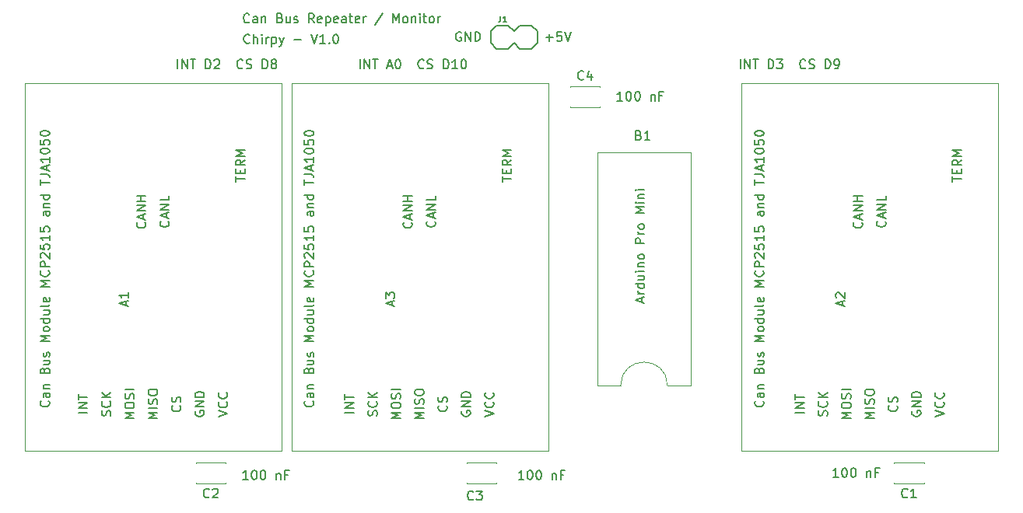
<source format=gbr>
G04 #@! TF.GenerationSoftware,KiCad,Pcbnew,(5.1.4)-1*
G04 #@! TF.CreationDate,2020-03-19T13:00:02-06:00*
G04 #@! TF.ProjectId,Axle Ratio Change,41786c65-2052-4617-9469-6f204368616e,rev?*
G04 #@! TF.SameCoordinates,Original*
G04 #@! TF.FileFunction,Legend,Top*
G04 #@! TF.FilePolarity,Positive*
%FSLAX46Y46*%
G04 Gerber Fmt 4.6, Leading zero omitted, Abs format (unit mm)*
G04 Created by KiCad (PCBNEW (5.1.4)-1) date 2020-03-19 13:00:02*
%MOMM*%
%LPD*%
G04 APERTURE LIST*
%ADD10C,0.150000*%
%ADD11C,0.203200*%
%ADD12C,0.120000*%
%ADD13C,0.127000*%
G04 APERTURE END LIST*
D10*
X146988095Y-72750000D02*
X146892857Y-72702380D01*
X146750000Y-72702380D01*
X146607142Y-72750000D01*
X146511904Y-72845238D01*
X146464285Y-72940476D01*
X146416666Y-73130952D01*
X146416666Y-73273809D01*
X146464285Y-73464285D01*
X146511904Y-73559523D01*
X146607142Y-73654761D01*
X146750000Y-73702380D01*
X146845238Y-73702380D01*
X146988095Y-73654761D01*
X147035714Y-73607142D01*
X147035714Y-73273809D01*
X146845238Y-73273809D01*
X147464285Y-73702380D02*
X147464285Y-72702380D01*
X148035714Y-73702380D01*
X148035714Y-72702380D01*
X148511904Y-73702380D02*
X148511904Y-72702380D01*
X148750000Y-72702380D01*
X148892857Y-72750000D01*
X148988095Y-72845238D01*
X149035714Y-72940476D01*
X149083333Y-73130952D01*
X149083333Y-73273809D01*
X149035714Y-73464285D01*
X148988095Y-73559523D01*
X148892857Y-73654761D01*
X148750000Y-73702380D01*
X148511904Y-73702380D01*
X156214285Y-73321428D02*
X156976190Y-73321428D01*
X156595238Y-73702380D02*
X156595238Y-72940476D01*
X157928571Y-72702380D02*
X157452380Y-72702380D01*
X157404761Y-73178571D01*
X157452380Y-73130952D01*
X157547619Y-73083333D01*
X157785714Y-73083333D01*
X157880952Y-73130952D01*
X157928571Y-73178571D01*
X157976190Y-73273809D01*
X157976190Y-73511904D01*
X157928571Y-73607142D01*
X157880952Y-73654761D01*
X157785714Y-73702380D01*
X157547619Y-73702380D01*
X157452380Y-73654761D01*
X157404761Y-73607142D01*
X158261904Y-72702380D02*
X158595238Y-73702380D01*
X158928571Y-72702380D01*
X177392857Y-76702380D02*
X177392857Y-75702380D01*
X177869047Y-76702380D02*
X177869047Y-75702380D01*
X178440476Y-76702380D01*
X178440476Y-75702380D01*
X178773809Y-75702380D02*
X179345238Y-75702380D01*
X179059523Y-76702380D02*
X179059523Y-75702380D01*
X180440476Y-76702380D02*
X180440476Y-75702380D01*
X180678571Y-75702380D01*
X180821428Y-75750000D01*
X180916666Y-75845238D01*
X180964285Y-75940476D01*
X181011904Y-76130952D01*
X181011904Y-76273809D01*
X180964285Y-76464285D01*
X180916666Y-76559523D01*
X180821428Y-76654761D01*
X180678571Y-76702380D01*
X180440476Y-76702380D01*
X181345238Y-75702380D02*
X181964285Y-75702380D01*
X181630952Y-76083333D01*
X181773809Y-76083333D01*
X181869047Y-76130952D01*
X181916666Y-76178571D01*
X181964285Y-76273809D01*
X181964285Y-76511904D01*
X181916666Y-76607142D01*
X181869047Y-76654761D01*
X181773809Y-76702380D01*
X181488095Y-76702380D01*
X181392857Y-76654761D01*
X181345238Y-76607142D01*
X184488095Y-76607142D02*
X184440476Y-76654761D01*
X184297619Y-76702380D01*
X184202380Y-76702380D01*
X184059523Y-76654761D01*
X183964285Y-76559523D01*
X183916666Y-76464285D01*
X183869047Y-76273809D01*
X183869047Y-76130952D01*
X183916666Y-75940476D01*
X183964285Y-75845238D01*
X184059523Y-75750000D01*
X184202380Y-75702380D01*
X184297619Y-75702380D01*
X184440476Y-75750000D01*
X184488095Y-75797619D01*
X184869047Y-76654761D02*
X185011904Y-76702380D01*
X185250000Y-76702380D01*
X185345238Y-76654761D01*
X185392857Y-76607142D01*
X185440476Y-76511904D01*
X185440476Y-76416666D01*
X185392857Y-76321428D01*
X185345238Y-76273809D01*
X185250000Y-76226190D01*
X185059523Y-76178571D01*
X184964285Y-76130952D01*
X184916666Y-76083333D01*
X184869047Y-75988095D01*
X184869047Y-75892857D01*
X184916666Y-75797619D01*
X184964285Y-75750000D01*
X185059523Y-75702380D01*
X185297619Y-75702380D01*
X185440476Y-75750000D01*
X186630952Y-76702380D02*
X186630952Y-75702380D01*
X186869047Y-75702380D01*
X187011904Y-75750000D01*
X187107142Y-75845238D01*
X187154761Y-75940476D01*
X187202380Y-76130952D01*
X187202380Y-76273809D01*
X187154761Y-76464285D01*
X187107142Y-76559523D01*
X187011904Y-76654761D01*
X186869047Y-76702380D01*
X186630952Y-76702380D01*
X187678571Y-76702380D02*
X187869047Y-76702380D01*
X187964285Y-76654761D01*
X188011904Y-76607142D01*
X188107142Y-76464285D01*
X188154761Y-76273809D01*
X188154761Y-75892857D01*
X188107142Y-75797619D01*
X188059523Y-75750000D01*
X187964285Y-75702380D01*
X187773809Y-75702380D01*
X187678571Y-75750000D01*
X187630952Y-75797619D01*
X187583333Y-75892857D01*
X187583333Y-76130952D01*
X187630952Y-76226190D01*
X187678571Y-76273809D01*
X187773809Y-76321428D01*
X187964285Y-76321428D01*
X188059523Y-76273809D01*
X188107142Y-76226190D01*
X188154761Y-76130952D01*
X135988095Y-76702380D02*
X135988095Y-75702380D01*
X136464285Y-76702380D02*
X136464285Y-75702380D01*
X137035714Y-76702380D01*
X137035714Y-75702380D01*
X137369047Y-75702380D02*
X137940476Y-75702380D01*
X137654761Y-76702380D02*
X137654761Y-75702380D01*
X138988095Y-76416666D02*
X139464285Y-76416666D01*
X138892857Y-76702380D02*
X139226190Y-75702380D01*
X139559523Y-76702380D01*
X140083333Y-75702380D02*
X140178571Y-75702380D01*
X140273809Y-75750000D01*
X140321428Y-75797619D01*
X140369047Y-75892857D01*
X140416666Y-76083333D01*
X140416666Y-76321428D01*
X140369047Y-76511904D01*
X140321428Y-76607142D01*
X140273809Y-76654761D01*
X140178571Y-76702380D01*
X140083333Y-76702380D01*
X139988095Y-76654761D01*
X139940476Y-76607142D01*
X139892857Y-76511904D01*
X139845238Y-76321428D01*
X139845238Y-76083333D01*
X139892857Y-75892857D01*
X139940476Y-75797619D01*
X139988095Y-75750000D01*
X140083333Y-75702380D01*
X142940476Y-76607142D02*
X142892857Y-76654761D01*
X142750000Y-76702380D01*
X142654761Y-76702380D01*
X142511904Y-76654761D01*
X142416666Y-76559523D01*
X142369047Y-76464285D01*
X142321428Y-76273809D01*
X142321428Y-76130952D01*
X142369047Y-75940476D01*
X142416666Y-75845238D01*
X142511904Y-75750000D01*
X142654761Y-75702380D01*
X142750000Y-75702380D01*
X142892857Y-75750000D01*
X142940476Y-75797619D01*
X143321428Y-76654761D02*
X143464285Y-76702380D01*
X143702380Y-76702380D01*
X143797619Y-76654761D01*
X143845238Y-76607142D01*
X143892857Y-76511904D01*
X143892857Y-76416666D01*
X143845238Y-76321428D01*
X143797619Y-76273809D01*
X143702380Y-76226190D01*
X143511904Y-76178571D01*
X143416666Y-76130952D01*
X143369047Y-76083333D01*
X143321428Y-75988095D01*
X143321428Y-75892857D01*
X143369047Y-75797619D01*
X143416666Y-75750000D01*
X143511904Y-75702380D01*
X143750000Y-75702380D01*
X143892857Y-75750000D01*
X145083333Y-76702380D02*
X145083333Y-75702380D01*
X145321428Y-75702380D01*
X145464285Y-75750000D01*
X145559523Y-75845238D01*
X145607142Y-75940476D01*
X145654761Y-76130952D01*
X145654761Y-76273809D01*
X145607142Y-76464285D01*
X145559523Y-76559523D01*
X145464285Y-76654761D01*
X145321428Y-76702380D01*
X145083333Y-76702380D01*
X146607142Y-76702380D02*
X146035714Y-76702380D01*
X146321428Y-76702380D02*
X146321428Y-75702380D01*
X146226190Y-75845238D01*
X146130952Y-75940476D01*
X146035714Y-75988095D01*
X147226190Y-75702380D02*
X147321428Y-75702380D01*
X147416666Y-75750000D01*
X147464285Y-75797619D01*
X147511904Y-75892857D01*
X147559523Y-76083333D01*
X147559523Y-76321428D01*
X147511904Y-76511904D01*
X147464285Y-76607142D01*
X147416666Y-76654761D01*
X147321428Y-76702380D01*
X147226190Y-76702380D01*
X147130952Y-76654761D01*
X147083333Y-76607142D01*
X147035714Y-76511904D01*
X146988095Y-76321428D01*
X146988095Y-76083333D01*
X147035714Y-75892857D01*
X147083333Y-75797619D01*
X147130952Y-75750000D01*
X147226190Y-75702380D01*
X116142857Y-76702380D02*
X116142857Y-75702380D01*
X116619047Y-76702380D02*
X116619047Y-75702380D01*
X117190476Y-76702380D01*
X117190476Y-75702380D01*
X117523809Y-75702380D02*
X118095238Y-75702380D01*
X117809523Y-76702380D02*
X117809523Y-75702380D01*
X119190476Y-76702380D02*
X119190476Y-75702380D01*
X119428571Y-75702380D01*
X119571428Y-75750000D01*
X119666666Y-75845238D01*
X119714285Y-75940476D01*
X119761904Y-76130952D01*
X119761904Y-76273809D01*
X119714285Y-76464285D01*
X119666666Y-76559523D01*
X119571428Y-76654761D01*
X119428571Y-76702380D01*
X119190476Y-76702380D01*
X120142857Y-75797619D02*
X120190476Y-75750000D01*
X120285714Y-75702380D01*
X120523809Y-75702380D01*
X120619047Y-75750000D01*
X120666666Y-75797619D01*
X120714285Y-75892857D01*
X120714285Y-75988095D01*
X120666666Y-76130952D01*
X120095238Y-76702380D01*
X120714285Y-76702380D01*
X123238095Y-76607142D02*
X123190476Y-76654761D01*
X123047619Y-76702380D01*
X122952380Y-76702380D01*
X122809523Y-76654761D01*
X122714285Y-76559523D01*
X122666666Y-76464285D01*
X122619047Y-76273809D01*
X122619047Y-76130952D01*
X122666666Y-75940476D01*
X122714285Y-75845238D01*
X122809523Y-75750000D01*
X122952380Y-75702380D01*
X123047619Y-75702380D01*
X123190476Y-75750000D01*
X123238095Y-75797619D01*
X123619047Y-76654761D02*
X123761904Y-76702380D01*
X124000000Y-76702380D01*
X124095238Y-76654761D01*
X124142857Y-76607142D01*
X124190476Y-76511904D01*
X124190476Y-76416666D01*
X124142857Y-76321428D01*
X124095238Y-76273809D01*
X124000000Y-76226190D01*
X123809523Y-76178571D01*
X123714285Y-76130952D01*
X123666666Y-76083333D01*
X123619047Y-75988095D01*
X123619047Y-75892857D01*
X123666666Y-75797619D01*
X123714285Y-75750000D01*
X123809523Y-75702380D01*
X124047619Y-75702380D01*
X124190476Y-75750000D01*
X125380952Y-76702380D02*
X125380952Y-75702380D01*
X125619047Y-75702380D01*
X125761904Y-75750000D01*
X125857142Y-75845238D01*
X125904761Y-75940476D01*
X125952380Y-76130952D01*
X125952380Y-76273809D01*
X125904761Y-76464285D01*
X125857142Y-76559523D01*
X125761904Y-76654761D01*
X125619047Y-76702380D01*
X125380952Y-76702380D01*
X126523809Y-76130952D02*
X126428571Y-76083333D01*
X126380952Y-76035714D01*
X126333333Y-75940476D01*
X126333333Y-75892857D01*
X126380952Y-75797619D01*
X126428571Y-75750000D01*
X126523809Y-75702380D01*
X126714285Y-75702380D01*
X126809523Y-75750000D01*
X126857142Y-75797619D01*
X126904761Y-75892857D01*
X126904761Y-75940476D01*
X126857142Y-76035714D01*
X126809523Y-76083333D01*
X126714285Y-76130952D01*
X126523809Y-76130952D01*
X126428571Y-76178571D01*
X126380952Y-76226190D01*
X126333333Y-76321428D01*
X126333333Y-76511904D01*
X126380952Y-76607142D01*
X126428571Y-76654761D01*
X126523809Y-76702380D01*
X126714285Y-76702380D01*
X126809523Y-76654761D01*
X126857142Y-76607142D01*
X126904761Y-76511904D01*
X126904761Y-76321428D01*
X126857142Y-76226190D01*
X126809523Y-76178571D01*
X126714285Y-76130952D01*
X179857142Y-112904761D02*
X179904761Y-112952380D01*
X179952380Y-113095238D01*
X179952380Y-113190476D01*
X179904761Y-113333333D01*
X179809523Y-113428571D01*
X179714285Y-113476190D01*
X179523809Y-113523809D01*
X179380952Y-113523809D01*
X179190476Y-113476190D01*
X179095238Y-113428571D01*
X179000000Y-113333333D01*
X178952380Y-113190476D01*
X178952380Y-113095238D01*
X179000000Y-112952380D01*
X179047619Y-112904761D01*
X179952380Y-112047619D02*
X179428571Y-112047619D01*
X179333333Y-112095238D01*
X179285714Y-112190476D01*
X179285714Y-112380952D01*
X179333333Y-112476190D01*
X179904761Y-112047619D02*
X179952380Y-112142857D01*
X179952380Y-112380952D01*
X179904761Y-112476190D01*
X179809523Y-112523809D01*
X179714285Y-112523809D01*
X179619047Y-112476190D01*
X179571428Y-112380952D01*
X179571428Y-112142857D01*
X179523809Y-112047619D01*
X179285714Y-111571428D02*
X179952380Y-111571428D01*
X179380952Y-111571428D02*
X179333333Y-111523809D01*
X179285714Y-111428571D01*
X179285714Y-111285714D01*
X179333333Y-111190476D01*
X179428571Y-111142857D01*
X179952380Y-111142857D01*
X179428571Y-109571428D02*
X179476190Y-109428571D01*
X179523809Y-109380952D01*
X179619047Y-109333333D01*
X179761904Y-109333333D01*
X179857142Y-109380952D01*
X179904761Y-109428571D01*
X179952380Y-109523809D01*
X179952380Y-109904761D01*
X178952380Y-109904761D01*
X178952380Y-109571428D01*
X179000000Y-109476190D01*
X179047619Y-109428571D01*
X179142857Y-109380952D01*
X179238095Y-109380952D01*
X179333333Y-109428571D01*
X179380952Y-109476190D01*
X179428571Y-109571428D01*
X179428571Y-109904761D01*
X179285714Y-108476190D02*
X179952380Y-108476190D01*
X179285714Y-108904761D02*
X179809523Y-108904761D01*
X179904761Y-108857142D01*
X179952380Y-108761904D01*
X179952380Y-108619047D01*
X179904761Y-108523809D01*
X179857142Y-108476190D01*
X179904761Y-108047619D02*
X179952380Y-107952380D01*
X179952380Y-107761904D01*
X179904761Y-107666666D01*
X179809523Y-107619047D01*
X179761904Y-107619047D01*
X179666666Y-107666666D01*
X179619047Y-107761904D01*
X179619047Y-107904761D01*
X179571428Y-108000000D01*
X179476190Y-108047619D01*
X179428571Y-108047619D01*
X179333333Y-108000000D01*
X179285714Y-107904761D01*
X179285714Y-107761904D01*
X179333333Y-107666666D01*
X179952380Y-106428571D02*
X178952380Y-106428571D01*
X179666666Y-106095238D01*
X178952380Y-105761904D01*
X179952380Y-105761904D01*
X179952380Y-105142857D02*
X179904761Y-105238095D01*
X179857142Y-105285714D01*
X179761904Y-105333333D01*
X179476190Y-105333333D01*
X179380952Y-105285714D01*
X179333333Y-105238095D01*
X179285714Y-105142857D01*
X179285714Y-105000000D01*
X179333333Y-104904761D01*
X179380952Y-104857142D01*
X179476190Y-104809523D01*
X179761904Y-104809523D01*
X179857142Y-104857142D01*
X179904761Y-104904761D01*
X179952380Y-105000000D01*
X179952380Y-105142857D01*
X179952380Y-103952380D02*
X178952380Y-103952380D01*
X179904761Y-103952380D02*
X179952380Y-104047619D01*
X179952380Y-104238095D01*
X179904761Y-104333333D01*
X179857142Y-104380952D01*
X179761904Y-104428571D01*
X179476190Y-104428571D01*
X179380952Y-104380952D01*
X179333333Y-104333333D01*
X179285714Y-104238095D01*
X179285714Y-104047619D01*
X179333333Y-103952380D01*
X179285714Y-103047619D02*
X179952380Y-103047619D01*
X179285714Y-103476190D02*
X179809523Y-103476190D01*
X179904761Y-103428571D01*
X179952380Y-103333333D01*
X179952380Y-103190476D01*
X179904761Y-103095238D01*
X179857142Y-103047619D01*
X179952380Y-102428571D02*
X179904761Y-102523809D01*
X179809523Y-102571428D01*
X178952380Y-102571428D01*
X179904761Y-101666666D02*
X179952380Y-101761904D01*
X179952380Y-101952380D01*
X179904761Y-102047619D01*
X179809523Y-102095238D01*
X179428571Y-102095238D01*
X179333333Y-102047619D01*
X179285714Y-101952380D01*
X179285714Y-101761904D01*
X179333333Y-101666666D01*
X179428571Y-101619047D01*
X179523809Y-101619047D01*
X179619047Y-102095238D01*
X179952380Y-100428571D02*
X178952380Y-100428571D01*
X179666666Y-100095238D01*
X178952380Y-99761904D01*
X179952380Y-99761904D01*
X179857142Y-98714285D02*
X179904761Y-98761904D01*
X179952380Y-98904761D01*
X179952380Y-99000000D01*
X179904761Y-99142857D01*
X179809523Y-99238095D01*
X179714285Y-99285714D01*
X179523809Y-99333333D01*
X179380952Y-99333333D01*
X179190476Y-99285714D01*
X179095238Y-99238095D01*
X179000000Y-99142857D01*
X178952380Y-99000000D01*
X178952380Y-98904761D01*
X179000000Y-98761904D01*
X179047619Y-98714285D01*
X179952380Y-98285714D02*
X178952380Y-98285714D01*
X178952380Y-97904761D01*
X179000000Y-97809523D01*
X179047619Y-97761904D01*
X179142857Y-97714285D01*
X179285714Y-97714285D01*
X179380952Y-97761904D01*
X179428571Y-97809523D01*
X179476190Y-97904761D01*
X179476190Y-98285714D01*
X179047619Y-97333333D02*
X179000000Y-97285714D01*
X178952380Y-97190476D01*
X178952380Y-96952380D01*
X179000000Y-96857142D01*
X179047619Y-96809523D01*
X179142857Y-96761904D01*
X179238095Y-96761904D01*
X179380952Y-96809523D01*
X179952380Y-97380952D01*
X179952380Y-96761904D01*
X178952380Y-95857142D02*
X178952380Y-96333333D01*
X179428571Y-96380952D01*
X179380952Y-96333333D01*
X179333333Y-96238095D01*
X179333333Y-96000000D01*
X179380952Y-95904761D01*
X179428571Y-95857142D01*
X179523809Y-95809523D01*
X179761904Y-95809523D01*
X179857142Y-95857142D01*
X179904761Y-95904761D01*
X179952380Y-96000000D01*
X179952380Y-96238095D01*
X179904761Y-96333333D01*
X179857142Y-96380952D01*
X179952380Y-94857142D02*
X179952380Y-95428571D01*
X179952380Y-95142857D02*
X178952380Y-95142857D01*
X179095238Y-95238095D01*
X179190476Y-95333333D01*
X179238095Y-95428571D01*
X178952380Y-93952380D02*
X178952380Y-94428571D01*
X179428571Y-94476190D01*
X179380952Y-94428571D01*
X179333333Y-94333333D01*
X179333333Y-94095238D01*
X179380952Y-94000000D01*
X179428571Y-93952380D01*
X179523809Y-93904761D01*
X179761904Y-93904761D01*
X179857142Y-93952380D01*
X179904761Y-94000000D01*
X179952380Y-94095238D01*
X179952380Y-94333333D01*
X179904761Y-94428571D01*
X179857142Y-94476190D01*
X179952380Y-92285714D02*
X179428571Y-92285714D01*
X179333333Y-92333333D01*
X179285714Y-92428571D01*
X179285714Y-92619047D01*
X179333333Y-92714285D01*
X179904761Y-92285714D02*
X179952380Y-92380952D01*
X179952380Y-92619047D01*
X179904761Y-92714285D01*
X179809523Y-92761904D01*
X179714285Y-92761904D01*
X179619047Y-92714285D01*
X179571428Y-92619047D01*
X179571428Y-92380952D01*
X179523809Y-92285714D01*
X179285714Y-91809523D02*
X179952380Y-91809523D01*
X179380952Y-91809523D02*
X179333333Y-91761904D01*
X179285714Y-91666666D01*
X179285714Y-91523809D01*
X179333333Y-91428571D01*
X179428571Y-91380952D01*
X179952380Y-91380952D01*
X179952380Y-90476190D02*
X178952380Y-90476190D01*
X179904761Y-90476190D02*
X179952380Y-90571428D01*
X179952380Y-90761904D01*
X179904761Y-90857142D01*
X179857142Y-90904761D01*
X179761904Y-90952380D01*
X179476190Y-90952380D01*
X179380952Y-90904761D01*
X179333333Y-90857142D01*
X179285714Y-90761904D01*
X179285714Y-90571428D01*
X179333333Y-90476190D01*
X178952380Y-89380952D02*
X178952380Y-88809523D01*
X179952380Y-89095238D02*
X178952380Y-89095238D01*
X178952380Y-88190476D02*
X179666666Y-88190476D01*
X179809523Y-88238095D01*
X179904761Y-88333333D01*
X179952380Y-88476190D01*
X179952380Y-88571428D01*
X179666666Y-87761904D02*
X179666666Y-87285714D01*
X179952380Y-87857142D02*
X178952380Y-87523809D01*
X179952380Y-87190476D01*
X179952380Y-86333333D02*
X179952380Y-86904761D01*
X179952380Y-86619047D02*
X178952380Y-86619047D01*
X179095238Y-86714285D01*
X179190476Y-86809523D01*
X179238095Y-86904761D01*
X178952380Y-85714285D02*
X178952380Y-85619047D01*
X179000000Y-85523809D01*
X179047619Y-85476190D01*
X179142857Y-85428571D01*
X179333333Y-85380952D01*
X179571428Y-85380952D01*
X179761904Y-85428571D01*
X179857142Y-85476190D01*
X179904761Y-85523809D01*
X179952380Y-85619047D01*
X179952380Y-85714285D01*
X179904761Y-85809523D01*
X179857142Y-85857142D01*
X179761904Y-85904761D01*
X179571428Y-85952380D01*
X179333333Y-85952380D01*
X179142857Y-85904761D01*
X179047619Y-85857142D01*
X179000000Y-85809523D01*
X178952380Y-85714285D01*
X178952380Y-84476190D02*
X178952380Y-84952380D01*
X179428571Y-85000000D01*
X179380952Y-84952380D01*
X179333333Y-84857142D01*
X179333333Y-84619047D01*
X179380952Y-84523809D01*
X179428571Y-84476190D01*
X179523809Y-84428571D01*
X179761904Y-84428571D01*
X179857142Y-84476190D01*
X179904761Y-84523809D01*
X179952380Y-84619047D01*
X179952380Y-84857142D01*
X179904761Y-84952380D01*
X179857142Y-85000000D01*
X178952380Y-83809523D02*
X178952380Y-83714285D01*
X179000000Y-83619047D01*
X179047619Y-83571428D01*
X179142857Y-83523809D01*
X179333333Y-83476190D01*
X179571428Y-83476190D01*
X179761904Y-83523809D01*
X179857142Y-83571428D01*
X179904761Y-83619047D01*
X179952380Y-83714285D01*
X179952380Y-83809523D01*
X179904761Y-83904761D01*
X179857142Y-83952380D01*
X179761904Y-84000000D01*
X179571428Y-84047619D01*
X179333333Y-84047619D01*
X179142857Y-84000000D01*
X179047619Y-83952380D01*
X179000000Y-83904761D01*
X178952380Y-83809523D01*
X130857142Y-112904761D02*
X130904761Y-112952380D01*
X130952380Y-113095238D01*
X130952380Y-113190476D01*
X130904761Y-113333333D01*
X130809523Y-113428571D01*
X130714285Y-113476190D01*
X130523809Y-113523809D01*
X130380952Y-113523809D01*
X130190476Y-113476190D01*
X130095238Y-113428571D01*
X130000000Y-113333333D01*
X129952380Y-113190476D01*
X129952380Y-113095238D01*
X130000000Y-112952380D01*
X130047619Y-112904761D01*
X130952380Y-112047619D02*
X130428571Y-112047619D01*
X130333333Y-112095238D01*
X130285714Y-112190476D01*
X130285714Y-112380952D01*
X130333333Y-112476190D01*
X130904761Y-112047619D02*
X130952380Y-112142857D01*
X130952380Y-112380952D01*
X130904761Y-112476190D01*
X130809523Y-112523809D01*
X130714285Y-112523809D01*
X130619047Y-112476190D01*
X130571428Y-112380952D01*
X130571428Y-112142857D01*
X130523809Y-112047619D01*
X130285714Y-111571428D02*
X130952380Y-111571428D01*
X130380952Y-111571428D02*
X130333333Y-111523809D01*
X130285714Y-111428571D01*
X130285714Y-111285714D01*
X130333333Y-111190476D01*
X130428571Y-111142857D01*
X130952380Y-111142857D01*
X130428571Y-109571428D02*
X130476190Y-109428571D01*
X130523809Y-109380952D01*
X130619047Y-109333333D01*
X130761904Y-109333333D01*
X130857142Y-109380952D01*
X130904761Y-109428571D01*
X130952380Y-109523809D01*
X130952380Y-109904761D01*
X129952380Y-109904761D01*
X129952380Y-109571428D01*
X130000000Y-109476190D01*
X130047619Y-109428571D01*
X130142857Y-109380952D01*
X130238095Y-109380952D01*
X130333333Y-109428571D01*
X130380952Y-109476190D01*
X130428571Y-109571428D01*
X130428571Y-109904761D01*
X130285714Y-108476190D02*
X130952380Y-108476190D01*
X130285714Y-108904761D02*
X130809523Y-108904761D01*
X130904761Y-108857142D01*
X130952380Y-108761904D01*
X130952380Y-108619047D01*
X130904761Y-108523809D01*
X130857142Y-108476190D01*
X130904761Y-108047619D02*
X130952380Y-107952380D01*
X130952380Y-107761904D01*
X130904761Y-107666666D01*
X130809523Y-107619047D01*
X130761904Y-107619047D01*
X130666666Y-107666666D01*
X130619047Y-107761904D01*
X130619047Y-107904761D01*
X130571428Y-108000000D01*
X130476190Y-108047619D01*
X130428571Y-108047619D01*
X130333333Y-108000000D01*
X130285714Y-107904761D01*
X130285714Y-107761904D01*
X130333333Y-107666666D01*
X130952380Y-106428571D02*
X129952380Y-106428571D01*
X130666666Y-106095238D01*
X129952380Y-105761904D01*
X130952380Y-105761904D01*
X130952380Y-105142857D02*
X130904761Y-105238095D01*
X130857142Y-105285714D01*
X130761904Y-105333333D01*
X130476190Y-105333333D01*
X130380952Y-105285714D01*
X130333333Y-105238095D01*
X130285714Y-105142857D01*
X130285714Y-105000000D01*
X130333333Y-104904761D01*
X130380952Y-104857142D01*
X130476190Y-104809523D01*
X130761904Y-104809523D01*
X130857142Y-104857142D01*
X130904761Y-104904761D01*
X130952380Y-105000000D01*
X130952380Y-105142857D01*
X130952380Y-103952380D02*
X129952380Y-103952380D01*
X130904761Y-103952380D02*
X130952380Y-104047619D01*
X130952380Y-104238095D01*
X130904761Y-104333333D01*
X130857142Y-104380952D01*
X130761904Y-104428571D01*
X130476190Y-104428571D01*
X130380952Y-104380952D01*
X130333333Y-104333333D01*
X130285714Y-104238095D01*
X130285714Y-104047619D01*
X130333333Y-103952380D01*
X130285714Y-103047619D02*
X130952380Y-103047619D01*
X130285714Y-103476190D02*
X130809523Y-103476190D01*
X130904761Y-103428571D01*
X130952380Y-103333333D01*
X130952380Y-103190476D01*
X130904761Y-103095238D01*
X130857142Y-103047619D01*
X130952380Y-102428571D02*
X130904761Y-102523809D01*
X130809523Y-102571428D01*
X129952380Y-102571428D01*
X130904761Y-101666666D02*
X130952380Y-101761904D01*
X130952380Y-101952380D01*
X130904761Y-102047619D01*
X130809523Y-102095238D01*
X130428571Y-102095238D01*
X130333333Y-102047619D01*
X130285714Y-101952380D01*
X130285714Y-101761904D01*
X130333333Y-101666666D01*
X130428571Y-101619047D01*
X130523809Y-101619047D01*
X130619047Y-102095238D01*
X130952380Y-100428571D02*
X129952380Y-100428571D01*
X130666666Y-100095238D01*
X129952380Y-99761904D01*
X130952380Y-99761904D01*
X130857142Y-98714285D02*
X130904761Y-98761904D01*
X130952380Y-98904761D01*
X130952380Y-99000000D01*
X130904761Y-99142857D01*
X130809523Y-99238095D01*
X130714285Y-99285714D01*
X130523809Y-99333333D01*
X130380952Y-99333333D01*
X130190476Y-99285714D01*
X130095238Y-99238095D01*
X130000000Y-99142857D01*
X129952380Y-99000000D01*
X129952380Y-98904761D01*
X130000000Y-98761904D01*
X130047619Y-98714285D01*
X130952380Y-98285714D02*
X129952380Y-98285714D01*
X129952380Y-97904761D01*
X130000000Y-97809523D01*
X130047619Y-97761904D01*
X130142857Y-97714285D01*
X130285714Y-97714285D01*
X130380952Y-97761904D01*
X130428571Y-97809523D01*
X130476190Y-97904761D01*
X130476190Y-98285714D01*
X130047619Y-97333333D02*
X130000000Y-97285714D01*
X129952380Y-97190476D01*
X129952380Y-96952380D01*
X130000000Y-96857142D01*
X130047619Y-96809523D01*
X130142857Y-96761904D01*
X130238095Y-96761904D01*
X130380952Y-96809523D01*
X130952380Y-97380952D01*
X130952380Y-96761904D01*
X129952380Y-95857142D02*
X129952380Y-96333333D01*
X130428571Y-96380952D01*
X130380952Y-96333333D01*
X130333333Y-96238095D01*
X130333333Y-96000000D01*
X130380952Y-95904761D01*
X130428571Y-95857142D01*
X130523809Y-95809523D01*
X130761904Y-95809523D01*
X130857142Y-95857142D01*
X130904761Y-95904761D01*
X130952380Y-96000000D01*
X130952380Y-96238095D01*
X130904761Y-96333333D01*
X130857142Y-96380952D01*
X130952380Y-94857142D02*
X130952380Y-95428571D01*
X130952380Y-95142857D02*
X129952380Y-95142857D01*
X130095238Y-95238095D01*
X130190476Y-95333333D01*
X130238095Y-95428571D01*
X129952380Y-93952380D02*
X129952380Y-94428571D01*
X130428571Y-94476190D01*
X130380952Y-94428571D01*
X130333333Y-94333333D01*
X130333333Y-94095238D01*
X130380952Y-94000000D01*
X130428571Y-93952380D01*
X130523809Y-93904761D01*
X130761904Y-93904761D01*
X130857142Y-93952380D01*
X130904761Y-94000000D01*
X130952380Y-94095238D01*
X130952380Y-94333333D01*
X130904761Y-94428571D01*
X130857142Y-94476190D01*
X130952380Y-92285714D02*
X130428571Y-92285714D01*
X130333333Y-92333333D01*
X130285714Y-92428571D01*
X130285714Y-92619047D01*
X130333333Y-92714285D01*
X130904761Y-92285714D02*
X130952380Y-92380952D01*
X130952380Y-92619047D01*
X130904761Y-92714285D01*
X130809523Y-92761904D01*
X130714285Y-92761904D01*
X130619047Y-92714285D01*
X130571428Y-92619047D01*
X130571428Y-92380952D01*
X130523809Y-92285714D01*
X130285714Y-91809523D02*
X130952380Y-91809523D01*
X130380952Y-91809523D02*
X130333333Y-91761904D01*
X130285714Y-91666666D01*
X130285714Y-91523809D01*
X130333333Y-91428571D01*
X130428571Y-91380952D01*
X130952380Y-91380952D01*
X130952380Y-90476190D02*
X129952380Y-90476190D01*
X130904761Y-90476190D02*
X130952380Y-90571428D01*
X130952380Y-90761904D01*
X130904761Y-90857142D01*
X130857142Y-90904761D01*
X130761904Y-90952380D01*
X130476190Y-90952380D01*
X130380952Y-90904761D01*
X130333333Y-90857142D01*
X130285714Y-90761904D01*
X130285714Y-90571428D01*
X130333333Y-90476190D01*
X129952380Y-89380952D02*
X129952380Y-88809523D01*
X130952380Y-89095238D02*
X129952380Y-89095238D01*
X129952380Y-88190476D02*
X130666666Y-88190476D01*
X130809523Y-88238095D01*
X130904761Y-88333333D01*
X130952380Y-88476190D01*
X130952380Y-88571428D01*
X130666666Y-87761904D02*
X130666666Y-87285714D01*
X130952380Y-87857142D02*
X129952380Y-87523809D01*
X130952380Y-87190476D01*
X130952380Y-86333333D02*
X130952380Y-86904761D01*
X130952380Y-86619047D02*
X129952380Y-86619047D01*
X130095238Y-86714285D01*
X130190476Y-86809523D01*
X130238095Y-86904761D01*
X129952380Y-85714285D02*
X129952380Y-85619047D01*
X130000000Y-85523809D01*
X130047619Y-85476190D01*
X130142857Y-85428571D01*
X130333333Y-85380952D01*
X130571428Y-85380952D01*
X130761904Y-85428571D01*
X130857142Y-85476190D01*
X130904761Y-85523809D01*
X130952380Y-85619047D01*
X130952380Y-85714285D01*
X130904761Y-85809523D01*
X130857142Y-85857142D01*
X130761904Y-85904761D01*
X130571428Y-85952380D01*
X130333333Y-85952380D01*
X130142857Y-85904761D01*
X130047619Y-85857142D01*
X130000000Y-85809523D01*
X129952380Y-85714285D01*
X129952380Y-84476190D02*
X129952380Y-84952380D01*
X130428571Y-85000000D01*
X130380952Y-84952380D01*
X130333333Y-84857142D01*
X130333333Y-84619047D01*
X130380952Y-84523809D01*
X130428571Y-84476190D01*
X130523809Y-84428571D01*
X130761904Y-84428571D01*
X130857142Y-84476190D01*
X130904761Y-84523809D01*
X130952380Y-84619047D01*
X130952380Y-84857142D01*
X130904761Y-84952380D01*
X130857142Y-85000000D01*
X129952380Y-83809523D02*
X129952380Y-83714285D01*
X130000000Y-83619047D01*
X130047619Y-83571428D01*
X130142857Y-83523809D01*
X130333333Y-83476190D01*
X130571428Y-83476190D01*
X130761904Y-83523809D01*
X130857142Y-83571428D01*
X130904761Y-83619047D01*
X130952380Y-83714285D01*
X130952380Y-83809523D01*
X130904761Y-83904761D01*
X130857142Y-83952380D01*
X130761904Y-84000000D01*
X130571428Y-84047619D01*
X130333333Y-84047619D01*
X130142857Y-84000000D01*
X130047619Y-83952380D01*
X130000000Y-83904761D01*
X129952380Y-83809523D01*
X102107142Y-112904761D02*
X102154761Y-112952380D01*
X102202380Y-113095238D01*
X102202380Y-113190476D01*
X102154761Y-113333333D01*
X102059523Y-113428571D01*
X101964285Y-113476190D01*
X101773809Y-113523809D01*
X101630952Y-113523809D01*
X101440476Y-113476190D01*
X101345238Y-113428571D01*
X101250000Y-113333333D01*
X101202380Y-113190476D01*
X101202380Y-113095238D01*
X101250000Y-112952380D01*
X101297619Y-112904761D01*
X102202380Y-112047619D02*
X101678571Y-112047619D01*
X101583333Y-112095238D01*
X101535714Y-112190476D01*
X101535714Y-112380952D01*
X101583333Y-112476190D01*
X102154761Y-112047619D02*
X102202380Y-112142857D01*
X102202380Y-112380952D01*
X102154761Y-112476190D01*
X102059523Y-112523809D01*
X101964285Y-112523809D01*
X101869047Y-112476190D01*
X101821428Y-112380952D01*
X101821428Y-112142857D01*
X101773809Y-112047619D01*
X101535714Y-111571428D02*
X102202380Y-111571428D01*
X101630952Y-111571428D02*
X101583333Y-111523809D01*
X101535714Y-111428571D01*
X101535714Y-111285714D01*
X101583333Y-111190476D01*
X101678571Y-111142857D01*
X102202380Y-111142857D01*
X101678571Y-109571428D02*
X101726190Y-109428571D01*
X101773809Y-109380952D01*
X101869047Y-109333333D01*
X102011904Y-109333333D01*
X102107142Y-109380952D01*
X102154761Y-109428571D01*
X102202380Y-109523809D01*
X102202380Y-109904761D01*
X101202380Y-109904761D01*
X101202380Y-109571428D01*
X101250000Y-109476190D01*
X101297619Y-109428571D01*
X101392857Y-109380952D01*
X101488095Y-109380952D01*
X101583333Y-109428571D01*
X101630952Y-109476190D01*
X101678571Y-109571428D01*
X101678571Y-109904761D01*
X101535714Y-108476190D02*
X102202380Y-108476190D01*
X101535714Y-108904761D02*
X102059523Y-108904761D01*
X102154761Y-108857142D01*
X102202380Y-108761904D01*
X102202380Y-108619047D01*
X102154761Y-108523809D01*
X102107142Y-108476190D01*
X102154761Y-108047619D02*
X102202380Y-107952380D01*
X102202380Y-107761904D01*
X102154761Y-107666666D01*
X102059523Y-107619047D01*
X102011904Y-107619047D01*
X101916666Y-107666666D01*
X101869047Y-107761904D01*
X101869047Y-107904761D01*
X101821428Y-108000000D01*
X101726190Y-108047619D01*
X101678571Y-108047619D01*
X101583333Y-108000000D01*
X101535714Y-107904761D01*
X101535714Y-107761904D01*
X101583333Y-107666666D01*
X102202380Y-106428571D02*
X101202380Y-106428571D01*
X101916666Y-106095238D01*
X101202380Y-105761904D01*
X102202380Y-105761904D01*
X102202380Y-105142857D02*
X102154761Y-105238095D01*
X102107142Y-105285714D01*
X102011904Y-105333333D01*
X101726190Y-105333333D01*
X101630952Y-105285714D01*
X101583333Y-105238095D01*
X101535714Y-105142857D01*
X101535714Y-105000000D01*
X101583333Y-104904761D01*
X101630952Y-104857142D01*
X101726190Y-104809523D01*
X102011904Y-104809523D01*
X102107142Y-104857142D01*
X102154761Y-104904761D01*
X102202380Y-105000000D01*
X102202380Y-105142857D01*
X102202380Y-103952380D02*
X101202380Y-103952380D01*
X102154761Y-103952380D02*
X102202380Y-104047619D01*
X102202380Y-104238095D01*
X102154761Y-104333333D01*
X102107142Y-104380952D01*
X102011904Y-104428571D01*
X101726190Y-104428571D01*
X101630952Y-104380952D01*
X101583333Y-104333333D01*
X101535714Y-104238095D01*
X101535714Y-104047619D01*
X101583333Y-103952380D01*
X101535714Y-103047619D02*
X102202380Y-103047619D01*
X101535714Y-103476190D02*
X102059523Y-103476190D01*
X102154761Y-103428571D01*
X102202380Y-103333333D01*
X102202380Y-103190476D01*
X102154761Y-103095238D01*
X102107142Y-103047619D01*
X102202380Y-102428571D02*
X102154761Y-102523809D01*
X102059523Y-102571428D01*
X101202380Y-102571428D01*
X102154761Y-101666666D02*
X102202380Y-101761904D01*
X102202380Y-101952380D01*
X102154761Y-102047619D01*
X102059523Y-102095238D01*
X101678571Y-102095238D01*
X101583333Y-102047619D01*
X101535714Y-101952380D01*
X101535714Y-101761904D01*
X101583333Y-101666666D01*
X101678571Y-101619047D01*
X101773809Y-101619047D01*
X101869047Y-102095238D01*
X102202380Y-100428571D02*
X101202380Y-100428571D01*
X101916666Y-100095238D01*
X101202380Y-99761904D01*
X102202380Y-99761904D01*
X102107142Y-98714285D02*
X102154761Y-98761904D01*
X102202380Y-98904761D01*
X102202380Y-99000000D01*
X102154761Y-99142857D01*
X102059523Y-99238095D01*
X101964285Y-99285714D01*
X101773809Y-99333333D01*
X101630952Y-99333333D01*
X101440476Y-99285714D01*
X101345238Y-99238095D01*
X101250000Y-99142857D01*
X101202380Y-99000000D01*
X101202380Y-98904761D01*
X101250000Y-98761904D01*
X101297619Y-98714285D01*
X102202380Y-98285714D02*
X101202380Y-98285714D01*
X101202380Y-97904761D01*
X101250000Y-97809523D01*
X101297619Y-97761904D01*
X101392857Y-97714285D01*
X101535714Y-97714285D01*
X101630952Y-97761904D01*
X101678571Y-97809523D01*
X101726190Y-97904761D01*
X101726190Y-98285714D01*
X101297619Y-97333333D02*
X101250000Y-97285714D01*
X101202380Y-97190476D01*
X101202380Y-96952380D01*
X101250000Y-96857142D01*
X101297619Y-96809523D01*
X101392857Y-96761904D01*
X101488095Y-96761904D01*
X101630952Y-96809523D01*
X102202380Y-97380952D01*
X102202380Y-96761904D01*
X101202380Y-95857142D02*
X101202380Y-96333333D01*
X101678571Y-96380952D01*
X101630952Y-96333333D01*
X101583333Y-96238095D01*
X101583333Y-96000000D01*
X101630952Y-95904761D01*
X101678571Y-95857142D01*
X101773809Y-95809523D01*
X102011904Y-95809523D01*
X102107142Y-95857142D01*
X102154761Y-95904761D01*
X102202380Y-96000000D01*
X102202380Y-96238095D01*
X102154761Y-96333333D01*
X102107142Y-96380952D01*
X102202380Y-94857142D02*
X102202380Y-95428571D01*
X102202380Y-95142857D02*
X101202380Y-95142857D01*
X101345238Y-95238095D01*
X101440476Y-95333333D01*
X101488095Y-95428571D01*
X101202380Y-93952380D02*
X101202380Y-94428571D01*
X101678571Y-94476190D01*
X101630952Y-94428571D01*
X101583333Y-94333333D01*
X101583333Y-94095238D01*
X101630952Y-94000000D01*
X101678571Y-93952380D01*
X101773809Y-93904761D01*
X102011904Y-93904761D01*
X102107142Y-93952380D01*
X102154761Y-94000000D01*
X102202380Y-94095238D01*
X102202380Y-94333333D01*
X102154761Y-94428571D01*
X102107142Y-94476190D01*
X102202380Y-92285714D02*
X101678571Y-92285714D01*
X101583333Y-92333333D01*
X101535714Y-92428571D01*
X101535714Y-92619047D01*
X101583333Y-92714285D01*
X102154761Y-92285714D02*
X102202380Y-92380952D01*
X102202380Y-92619047D01*
X102154761Y-92714285D01*
X102059523Y-92761904D01*
X101964285Y-92761904D01*
X101869047Y-92714285D01*
X101821428Y-92619047D01*
X101821428Y-92380952D01*
X101773809Y-92285714D01*
X101535714Y-91809523D02*
X102202380Y-91809523D01*
X101630952Y-91809523D02*
X101583333Y-91761904D01*
X101535714Y-91666666D01*
X101535714Y-91523809D01*
X101583333Y-91428571D01*
X101678571Y-91380952D01*
X102202380Y-91380952D01*
X102202380Y-90476190D02*
X101202380Y-90476190D01*
X102154761Y-90476190D02*
X102202380Y-90571428D01*
X102202380Y-90761904D01*
X102154761Y-90857142D01*
X102107142Y-90904761D01*
X102011904Y-90952380D01*
X101726190Y-90952380D01*
X101630952Y-90904761D01*
X101583333Y-90857142D01*
X101535714Y-90761904D01*
X101535714Y-90571428D01*
X101583333Y-90476190D01*
X101202380Y-89380952D02*
X101202380Y-88809523D01*
X102202380Y-89095238D02*
X101202380Y-89095238D01*
X101202380Y-88190476D02*
X101916666Y-88190476D01*
X102059523Y-88238095D01*
X102154761Y-88333333D01*
X102202380Y-88476190D01*
X102202380Y-88571428D01*
X101916666Y-87761904D02*
X101916666Y-87285714D01*
X102202380Y-87857142D02*
X101202380Y-87523809D01*
X102202380Y-87190476D01*
X102202380Y-86333333D02*
X102202380Y-86904761D01*
X102202380Y-86619047D02*
X101202380Y-86619047D01*
X101345238Y-86714285D01*
X101440476Y-86809523D01*
X101488095Y-86904761D01*
X101202380Y-85714285D02*
X101202380Y-85619047D01*
X101250000Y-85523809D01*
X101297619Y-85476190D01*
X101392857Y-85428571D01*
X101583333Y-85380952D01*
X101821428Y-85380952D01*
X102011904Y-85428571D01*
X102107142Y-85476190D01*
X102154761Y-85523809D01*
X102202380Y-85619047D01*
X102202380Y-85714285D01*
X102154761Y-85809523D01*
X102107142Y-85857142D01*
X102011904Y-85904761D01*
X101821428Y-85952380D01*
X101583333Y-85952380D01*
X101392857Y-85904761D01*
X101297619Y-85857142D01*
X101250000Y-85809523D01*
X101202380Y-85714285D01*
X101202380Y-84476190D02*
X101202380Y-84952380D01*
X101678571Y-85000000D01*
X101630952Y-84952380D01*
X101583333Y-84857142D01*
X101583333Y-84619047D01*
X101630952Y-84523809D01*
X101678571Y-84476190D01*
X101773809Y-84428571D01*
X102011904Y-84428571D01*
X102107142Y-84476190D01*
X102154761Y-84523809D01*
X102202380Y-84619047D01*
X102202380Y-84857142D01*
X102154761Y-84952380D01*
X102107142Y-85000000D01*
X101202380Y-83809523D02*
X101202380Y-83714285D01*
X101250000Y-83619047D01*
X101297619Y-83571428D01*
X101392857Y-83523809D01*
X101583333Y-83476190D01*
X101821428Y-83476190D01*
X102011904Y-83523809D01*
X102107142Y-83571428D01*
X102154761Y-83619047D01*
X102202380Y-83714285D01*
X102202380Y-83809523D01*
X102154761Y-83904761D01*
X102107142Y-83952380D01*
X102011904Y-84000000D01*
X101821428Y-84047619D01*
X101583333Y-84047619D01*
X101392857Y-84000000D01*
X101297619Y-83952380D01*
X101250000Y-83904761D01*
X101202380Y-83809523D01*
X166666666Y-102119047D02*
X166666666Y-101642857D01*
X166952380Y-102214285D02*
X165952380Y-101880952D01*
X166952380Y-101547619D01*
X166952380Y-101214285D02*
X166285714Y-101214285D01*
X166476190Y-101214285D02*
X166380952Y-101166666D01*
X166333333Y-101119047D01*
X166285714Y-101023809D01*
X166285714Y-100928571D01*
X166952380Y-100166666D02*
X165952380Y-100166666D01*
X166904761Y-100166666D02*
X166952380Y-100261904D01*
X166952380Y-100452380D01*
X166904761Y-100547619D01*
X166857142Y-100595238D01*
X166761904Y-100642857D01*
X166476190Y-100642857D01*
X166380952Y-100595238D01*
X166333333Y-100547619D01*
X166285714Y-100452380D01*
X166285714Y-100261904D01*
X166333333Y-100166666D01*
X166285714Y-99261904D02*
X166952380Y-99261904D01*
X166285714Y-99690476D02*
X166809523Y-99690476D01*
X166904761Y-99642857D01*
X166952380Y-99547619D01*
X166952380Y-99404761D01*
X166904761Y-99309523D01*
X166857142Y-99261904D01*
X166952380Y-98785714D02*
X166285714Y-98785714D01*
X165952380Y-98785714D02*
X166000000Y-98833333D01*
X166047619Y-98785714D01*
X166000000Y-98738095D01*
X165952380Y-98785714D01*
X166047619Y-98785714D01*
X166285714Y-98309523D02*
X166952380Y-98309523D01*
X166380952Y-98309523D02*
X166333333Y-98261904D01*
X166285714Y-98166666D01*
X166285714Y-98023809D01*
X166333333Y-97928571D01*
X166428571Y-97880952D01*
X166952380Y-97880952D01*
X166952380Y-97261904D02*
X166904761Y-97357142D01*
X166857142Y-97404761D01*
X166761904Y-97452380D01*
X166476190Y-97452380D01*
X166380952Y-97404761D01*
X166333333Y-97357142D01*
X166285714Y-97261904D01*
X166285714Y-97119047D01*
X166333333Y-97023809D01*
X166380952Y-96976190D01*
X166476190Y-96928571D01*
X166761904Y-96928571D01*
X166857142Y-96976190D01*
X166904761Y-97023809D01*
X166952380Y-97119047D01*
X166952380Y-97261904D01*
X166952380Y-95738095D02*
X165952380Y-95738095D01*
X165952380Y-95357142D01*
X166000000Y-95261904D01*
X166047619Y-95214285D01*
X166142857Y-95166666D01*
X166285714Y-95166666D01*
X166380952Y-95214285D01*
X166428571Y-95261904D01*
X166476190Y-95357142D01*
X166476190Y-95738095D01*
X166952380Y-94738095D02*
X166285714Y-94738095D01*
X166476190Y-94738095D02*
X166380952Y-94690476D01*
X166333333Y-94642857D01*
X166285714Y-94547619D01*
X166285714Y-94452380D01*
X166952380Y-93976190D02*
X166904761Y-94071428D01*
X166857142Y-94119047D01*
X166761904Y-94166666D01*
X166476190Y-94166666D01*
X166380952Y-94119047D01*
X166333333Y-94071428D01*
X166285714Y-93976190D01*
X166285714Y-93833333D01*
X166333333Y-93738095D01*
X166380952Y-93690476D01*
X166476190Y-93642857D01*
X166761904Y-93642857D01*
X166857142Y-93690476D01*
X166904761Y-93738095D01*
X166952380Y-93833333D01*
X166952380Y-93976190D01*
X166952380Y-92452380D02*
X165952380Y-92452380D01*
X166666666Y-92119047D01*
X165952380Y-91785714D01*
X166952380Y-91785714D01*
X166952380Y-91309523D02*
X166285714Y-91309523D01*
X165952380Y-91309523D02*
X166000000Y-91357142D01*
X166047619Y-91309523D01*
X166000000Y-91261904D01*
X165952380Y-91309523D01*
X166047619Y-91309523D01*
X166285714Y-90833333D02*
X166952380Y-90833333D01*
X166380952Y-90833333D02*
X166333333Y-90785714D01*
X166285714Y-90690476D01*
X166285714Y-90547619D01*
X166333333Y-90452380D01*
X166428571Y-90404761D01*
X166952380Y-90404761D01*
X166952380Y-89928571D02*
X166285714Y-89928571D01*
X165952380Y-89928571D02*
X166000000Y-89976190D01*
X166047619Y-89928571D01*
X166000000Y-89880952D01*
X165952380Y-89928571D01*
X166047619Y-89928571D01*
X164571428Y-80202380D02*
X164000000Y-80202380D01*
X164285714Y-80202380D02*
X164285714Y-79202380D01*
X164190476Y-79345238D01*
X164095238Y-79440476D01*
X164000000Y-79488095D01*
X165190476Y-79202380D02*
X165285714Y-79202380D01*
X165380952Y-79250000D01*
X165428571Y-79297619D01*
X165476190Y-79392857D01*
X165523809Y-79583333D01*
X165523809Y-79821428D01*
X165476190Y-80011904D01*
X165428571Y-80107142D01*
X165380952Y-80154761D01*
X165285714Y-80202380D01*
X165190476Y-80202380D01*
X165095238Y-80154761D01*
X165047619Y-80107142D01*
X165000000Y-80011904D01*
X164952380Y-79821428D01*
X164952380Y-79583333D01*
X165000000Y-79392857D01*
X165047619Y-79297619D01*
X165095238Y-79250000D01*
X165190476Y-79202380D01*
X166142857Y-79202380D02*
X166238095Y-79202380D01*
X166333333Y-79250000D01*
X166380952Y-79297619D01*
X166428571Y-79392857D01*
X166476190Y-79583333D01*
X166476190Y-79821428D01*
X166428571Y-80011904D01*
X166380952Y-80107142D01*
X166333333Y-80154761D01*
X166238095Y-80202380D01*
X166142857Y-80202380D01*
X166047619Y-80154761D01*
X166000000Y-80107142D01*
X165952380Y-80011904D01*
X165904761Y-79821428D01*
X165904761Y-79583333D01*
X165952380Y-79392857D01*
X166000000Y-79297619D01*
X166047619Y-79250000D01*
X166142857Y-79202380D01*
X167666666Y-79535714D02*
X167666666Y-80202380D01*
X167666666Y-79630952D02*
X167714285Y-79583333D01*
X167809523Y-79535714D01*
X167952380Y-79535714D01*
X168047619Y-79583333D01*
X168095238Y-79678571D01*
X168095238Y-80202380D01*
X168904761Y-79678571D02*
X168571428Y-79678571D01*
X168571428Y-80202380D02*
X168571428Y-79202380D01*
X169047619Y-79202380D01*
X123821428Y-121452380D02*
X123250000Y-121452380D01*
X123535714Y-121452380D02*
X123535714Y-120452380D01*
X123440476Y-120595238D01*
X123345238Y-120690476D01*
X123250000Y-120738095D01*
X124440476Y-120452380D02*
X124535714Y-120452380D01*
X124630952Y-120500000D01*
X124678571Y-120547619D01*
X124726190Y-120642857D01*
X124773809Y-120833333D01*
X124773809Y-121071428D01*
X124726190Y-121261904D01*
X124678571Y-121357142D01*
X124630952Y-121404761D01*
X124535714Y-121452380D01*
X124440476Y-121452380D01*
X124345238Y-121404761D01*
X124297619Y-121357142D01*
X124250000Y-121261904D01*
X124202380Y-121071428D01*
X124202380Y-120833333D01*
X124250000Y-120642857D01*
X124297619Y-120547619D01*
X124345238Y-120500000D01*
X124440476Y-120452380D01*
X125392857Y-120452380D02*
X125488095Y-120452380D01*
X125583333Y-120500000D01*
X125630952Y-120547619D01*
X125678571Y-120642857D01*
X125726190Y-120833333D01*
X125726190Y-121071428D01*
X125678571Y-121261904D01*
X125630952Y-121357142D01*
X125583333Y-121404761D01*
X125488095Y-121452380D01*
X125392857Y-121452380D01*
X125297619Y-121404761D01*
X125250000Y-121357142D01*
X125202380Y-121261904D01*
X125154761Y-121071428D01*
X125154761Y-120833333D01*
X125202380Y-120642857D01*
X125250000Y-120547619D01*
X125297619Y-120500000D01*
X125392857Y-120452380D01*
X126916666Y-120785714D02*
X126916666Y-121452380D01*
X126916666Y-120880952D02*
X126964285Y-120833333D01*
X127059523Y-120785714D01*
X127202380Y-120785714D01*
X127297619Y-120833333D01*
X127345238Y-120928571D01*
X127345238Y-121452380D01*
X128154761Y-120928571D02*
X127821428Y-120928571D01*
X127821428Y-121452380D02*
X127821428Y-120452380D01*
X128297619Y-120452380D01*
X153821428Y-121452380D02*
X153250000Y-121452380D01*
X153535714Y-121452380D02*
X153535714Y-120452380D01*
X153440476Y-120595238D01*
X153345238Y-120690476D01*
X153250000Y-120738095D01*
X154440476Y-120452380D02*
X154535714Y-120452380D01*
X154630952Y-120500000D01*
X154678571Y-120547619D01*
X154726190Y-120642857D01*
X154773809Y-120833333D01*
X154773809Y-121071428D01*
X154726190Y-121261904D01*
X154678571Y-121357142D01*
X154630952Y-121404761D01*
X154535714Y-121452380D01*
X154440476Y-121452380D01*
X154345238Y-121404761D01*
X154297619Y-121357142D01*
X154250000Y-121261904D01*
X154202380Y-121071428D01*
X154202380Y-120833333D01*
X154250000Y-120642857D01*
X154297619Y-120547619D01*
X154345238Y-120500000D01*
X154440476Y-120452380D01*
X155392857Y-120452380D02*
X155488095Y-120452380D01*
X155583333Y-120500000D01*
X155630952Y-120547619D01*
X155678571Y-120642857D01*
X155726190Y-120833333D01*
X155726190Y-121071428D01*
X155678571Y-121261904D01*
X155630952Y-121357142D01*
X155583333Y-121404761D01*
X155488095Y-121452380D01*
X155392857Y-121452380D01*
X155297619Y-121404761D01*
X155250000Y-121357142D01*
X155202380Y-121261904D01*
X155154761Y-121071428D01*
X155154761Y-120833333D01*
X155202380Y-120642857D01*
X155250000Y-120547619D01*
X155297619Y-120500000D01*
X155392857Y-120452380D01*
X156916666Y-120785714D02*
X156916666Y-121452380D01*
X156916666Y-120880952D02*
X156964285Y-120833333D01*
X157059523Y-120785714D01*
X157202380Y-120785714D01*
X157297619Y-120833333D01*
X157345238Y-120928571D01*
X157345238Y-121452380D01*
X158154761Y-120928571D02*
X157821428Y-120928571D01*
X157821428Y-121452380D02*
X157821428Y-120452380D01*
X158297619Y-120452380D01*
X188071428Y-121202380D02*
X187500000Y-121202380D01*
X187785714Y-121202380D02*
X187785714Y-120202380D01*
X187690476Y-120345238D01*
X187595238Y-120440476D01*
X187500000Y-120488095D01*
X188690476Y-120202380D02*
X188785714Y-120202380D01*
X188880952Y-120250000D01*
X188928571Y-120297619D01*
X188976190Y-120392857D01*
X189023809Y-120583333D01*
X189023809Y-120821428D01*
X188976190Y-121011904D01*
X188928571Y-121107142D01*
X188880952Y-121154761D01*
X188785714Y-121202380D01*
X188690476Y-121202380D01*
X188595238Y-121154761D01*
X188547619Y-121107142D01*
X188500000Y-121011904D01*
X188452380Y-120821428D01*
X188452380Y-120583333D01*
X188500000Y-120392857D01*
X188547619Y-120297619D01*
X188595238Y-120250000D01*
X188690476Y-120202380D01*
X189642857Y-120202380D02*
X189738095Y-120202380D01*
X189833333Y-120250000D01*
X189880952Y-120297619D01*
X189928571Y-120392857D01*
X189976190Y-120583333D01*
X189976190Y-120821428D01*
X189928571Y-121011904D01*
X189880952Y-121107142D01*
X189833333Y-121154761D01*
X189738095Y-121202380D01*
X189642857Y-121202380D01*
X189547619Y-121154761D01*
X189500000Y-121107142D01*
X189452380Y-121011904D01*
X189404761Y-120821428D01*
X189404761Y-120583333D01*
X189452380Y-120392857D01*
X189500000Y-120297619D01*
X189547619Y-120250000D01*
X189642857Y-120202380D01*
X191166666Y-120535714D02*
X191166666Y-121202380D01*
X191166666Y-120630952D02*
X191214285Y-120583333D01*
X191309523Y-120535714D01*
X191452380Y-120535714D01*
X191547619Y-120583333D01*
X191595238Y-120678571D01*
X191595238Y-121202380D01*
X192404761Y-120678571D02*
X192071428Y-120678571D01*
X192071428Y-121202380D02*
X192071428Y-120202380D01*
X192547619Y-120202380D01*
X123976190Y-73857142D02*
X123928571Y-73904761D01*
X123785714Y-73952380D01*
X123690476Y-73952380D01*
X123547619Y-73904761D01*
X123452380Y-73809523D01*
X123404761Y-73714285D01*
X123357142Y-73523809D01*
X123357142Y-73380952D01*
X123404761Y-73190476D01*
X123452380Y-73095238D01*
X123547619Y-73000000D01*
X123690476Y-72952380D01*
X123785714Y-72952380D01*
X123928571Y-73000000D01*
X123976190Y-73047619D01*
X124404761Y-73952380D02*
X124404761Y-72952380D01*
X124833333Y-73952380D02*
X124833333Y-73428571D01*
X124785714Y-73333333D01*
X124690476Y-73285714D01*
X124547619Y-73285714D01*
X124452380Y-73333333D01*
X124404761Y-73380952D01*
X125309523Y-73952380D02*
X125309523Y-73285714D01*
X125309523Y-72952380D02*
X125261904Y-73000000D01*
X125309523Y-73047619D01*
X125357142Y-73000000D01*
X125309523Y-72952380D01*
X125309523Y-73047619D01*
X125785714Y-73952380D02*
X125785714Y-73285714D01*
X125785714Y-73476190D02*
X125833333Y-73380952D01*
X125880952Y-73333333D01*
X125976190Y-73285714D01*
X126071428Y-73285714D01*
X126404761Y-73285714D02*
X126404761Y-74285714D01*
X126404761Y-73333333D02*
X126500000Y-73285714D01*
X126690476Y-73285714D01*
X126785714Y-73333333D01*
X126833333Y-73380952D01*
X126880952Y-73476190D01*
X126880952Y-73761904D01*
X126833333Y-73857142D01*
X126785714Y-73904761D01*
X126690476Y-73952380D01*
X126500000Y-73952380D01*
X126404761Y-73904761D01*
X127214285Y-73285714D02*
X127452380Y-73952380D01*
X127690476Y-73285714D02*
X127452380Y-73952380D01*
X127357142Y-74190476D01*
X127309523Y-74238095D01*
X127214285Y-74285714D01*
X128833333Y-73571428D02*
X129595238Y-73571428D01*
X130690476Y-72952380D02*
X131023809Y-73952380D01*
X131357142Y-72952380D01*
X132214285Y-73952380D02*
X131642857Y-73952380D01*
X131928571Y-73952380D02*
X131928571Y-72952380D01*
X131833333Y-73095238D01*
X131738095Y-73190476D01*
X131642857Y-73238095D01*
X132642857Y-73857142D02*
X132690476Y-73904761D01*
X132642857Y-73952380D01*
X132595238Y-73904761D01*
X132642857Y-73857142D01*
X132642857Y-73952380D01*
X133309523Y-72952380D02*
X133404761Y-72952380D01*
X133500000Y-73000000D01*
X133547619Y-73047619D01*
X133595238Y-73142857D01*
X133642857Y-73333333D01*
X133642857Y-73571428D01*
X133595238Y-73761904D01*
X133547619Y-73857142D01*
X133500000Y-73904761D01*
X133404761Y-73952380D01*
X133309523Y-73952380D01*
X133214285Y-73904761D01*
X133166666Y-73857142D01*
X133119047Y-73761904D01*
X133071428Y-73571428D01*
X133071428Y-73333333D01*
X133119047Y-73142857D01*
X133166666Y-73047619D01*
X133214285Y-73000000D01*
X133309523Y-72952380D01*
X123952380Y-71607142D02*
X123904761Y-71654761D01*
X123761904Y-71702380D01*
X123666666Y-71702380D01*
X123523809Y-71654761D01*
X123428571Y-71559523D01*
X123380952Y-71464285D01*
X123333333Y-71273809D01*
X123333333Y-71130952D01*
X123380952Y-70940476D01*
X123428571Y-70845238D01*
X123523809Y-70750000D01*
X123666666Y-70702380D01*
X123761904Y-70702380D01*
X123904761Y-70750000D01*
X123952380Y-70797619D01*
X124809523Y-71702380D02*
X124809523Y-71178571D01*
X124761904Y-71083333D01*
X124666666Y-71035714D01*
X124476190Y-71035714D01*
X124380952Y-71083333D01*
X124809523Y-71654761D02*
X124714285Y-71702380D01*
X124476190Y-71702380D01*
X124380952Y-71654761D01*
X124333333Y-71559523D01*
X124333333Y-71464285D01*
X124380952Y-71369047D01*
X124476190Y-71321428D01*
X124714285Y-71321428D01*
X124809523Y-71273809D01*
X125285714Y-71035714D02*
X125285714Y-71702380D01*
X125285714Y-71130952D02*
X125333333Y-71083333D01*
X125428571Y-71035714D01*
X125571428Y-71035714D01*
X125666666Y-71083333D01*
X125714285Y-71178571D01*
X125714285Y-71702380D01*
X127285714Y-71178571D02*
X127428571Y-71226190D01*
X127476190Y-71273809D01*
X127523809Y-71369047D01*
X127523809Y-71511904D01*
X127476190Y-71607142D01*
X127428571Y-71654761D01*
X127333333Y-71702380D01*
X126952380Y-71702380D01*
X126952380Y-70702380D01*
X127285714Y-70702380D01*
X127380952Y-70750000D01*
X127428571Y-70797619D01*
X127476190Y-70892857D01*
X127476190Y-70988095D01*
X127428571Y-71083333D01*
X127380952Y-71130952D01*
X127285714Y-71178571D01*
X126952380Y-71178571D01*
X128380952Y-71035714D02*
X128380952Y-71702380D01*
X127952380Y-71035714D02*
X127952380Y-71559523D01*
X127999999Y-71654761D01*
X128095238Y-71702380D01*
X128238095Y-71702380D01*
X128333333Y-71654761D01*
X128380952Y-71607142D01*
X128809523Y-71654761D02*
X128904761Y-71702380D01*
X129095238Y-71702380D01*
X129190476Y-71654761D01*
X129238095Y-71559523D01*
X129238095Y-71511904D01*
X129190476Y-71416666D01*
X129095238Y-71369047D01*
X128952380Y-71369047D01*
X128857142Y-71321428D01*
X128809523Y-71226190D01*
X128809523Y-71178571D01*
X128857142Y-71083333D01*
X128952380Y-71035714D01*
X129095238Y-71035714D01*
X129190476Y-71083333D01*
X130999999Y-71702380D02*
X130666666Y-71226190D01*
X130428571Y-71702380D02*
X130428571Y-70702380D01*
X130809523Y-70702380D01*
X130904761Y-70750000D01*
X130952380Y-70797619D01*
X130999999Y-70892857D01*
X130999999Y-71035714D01*
X130952380Y-71130952D01*
X130904761Y-71178571D01*
X130809523Y-71226190D01*
X130428571Y-71226190D01*
X131809523Y-71654761D02*
X131714285Y-71702380D01*
X131523809Y-71702380D01*
X131428571Y-71654761D01*
X131380952Y-71559523D01*
X131380952Y-71178571D01*
X131428571Y-71083333D01*
X131523809Y-71035714D01*
X131714285Y-71035714D01*
X131809523Y-71083333D01*
X131857142Y-71178571D01*
X131857142Y-71273809D01*
X131380952Y-71369047D01*
X132285714Y-71035714D02*
X132285714Y-72035714D01*
X132285714Y-71083333D02*
X132380952Y-71035714D01*
X132571428Y-71035714D01*
X132666666Y-71083333D01*
X132714285Y-71130952D01*
X132761904Y-71226190D01*
X132761904Y-71511904D01*
X132714285Y-71607142D01*
X132666666Y-71654761D01*
X132571428Y-71702380D01*
X132380952Y-71702380D01*
X132285714Y-71654761D01*
X133571428Y-71654761D02*
X133476190Y-71702380D01*
X133285714Y-71702380D01*
X133190476Y-71654761D01*
X133142857Y-71559523D01*
X133142857Y-71178571D01*
X133190476Y-71083333D01*
X133285714Y-71035714D01*
X133476190Y-71035714D01*
X133571428Y-71083333D01*
X133619047Y-71178571D01*
X133619047Y-71273809D01*
X133142857Y-71369047D01*
X134476190Y-71702380D02*
X134476190Y-71178571D01*
X134428571Y-71083333D01*
X134333333Y-71035714D01*
X134142857Y-71035714D01*
X134047619Y-71083333D01*
X134476190Y-71654761D02*
X134380952Y-71702380D01*
X134142857Y-71702380D01*
X134047619Y-71654761D01*
X133999999Y-71559523D01*
X133999999Y-71464285D01*
X134047619Y-71369047D01*
X134142857Y-71321428D01*
X134380952Y-71321428D01*
X134476190Y-71273809D01*
X134809523Y-71035714D02*
X135190476Y-71035714D01*
X134952380Y-70702380D02*
X134952380Y-71559523D01*
X135000000Y-71654761D01*
X135095238Y-71702380D01*
X135190476Y-71702380D01*
X135904761Y-71654761D02*
X135809523Y-71702380D01*
X135619047Y-71702380D01*
X135523809Y-71654761D01*
X135476190Y-71559523D01*
X135476190Y-71178571D01*
X135523809Y-71083333D01*
X135619047Y-71035714D01*
X135809523Y-71035714D01*
X135904761Y-71083333D01*
X135952380Y-71178571D01*
X135952380Y-71273809D01*
X135476190Y-71369047D01*
X136380952Y-71702380D02*
X136380952Y-71035714D01*
X136380952Y-71226190D02*
X136428571Y-71130952D01*
X136476190Y-71083333D01*
X136571428Y-71035714D01*
X136666666Y-71035714D01*
X138476190Y-70654761D02*
X137619047Y-71940476D01*
X139571428Y-71702380D02*
X139571428Y-70702380D01*
X139904761Y-71416666D01*
X140238095Y-70702380D01*
X140238095Y-71702380D01*
X140857142Y-71702380D02*
X140761904Y-71654761D01*
X140714285Y-71607142D01*
X140666666Y-71511904D01*
X140666666Y-71226190D01*
X140714285Y-71130952D01*
X140761904Y-71083333D01*
X140857142Y-71035714D01*
X141000000Y-71035714D01*
X141095238Y-71083333D01*
X141142857Y-71130952D01*
X141190476Y-71226190D01*
X141190476Y-71511904D01*
X141142857Y-71607142D01*
X141095238Y-71654761D01*
X141000000Y-71702380D01*
X140857142Y-71702380D01*
X141619047Y-71035714D02*
X141619047Y-71702380D01*
X141619047Y-71130952D02*
X141666666Y-71083333D01*
X141761904Y-71035714D01*
X141904761Y-71035714D01*
X142000000Y-71083333D01*
X142047619Y-71178571D01*
X142047619Y-71702380D01*
X142523809Y-71702380D02*
X142523809Y-71035714D01*
X142523809Y-70702380D02*
X142476190Y-70750000D01*
X142523809Y-70797619D01*
X142571428Y-70750000D01*
X142523809Y-70702380D01*
X142523809Y-70797619D01*
X142857142Y-71035714D02*
X143238095Y-71035714D01*
X143000000Y-70702380D02*
X143000000Y-71559523D01*
X143047619Y-71654761D01*
X143142857Y-71702380D01*
X143238095Y-71702380D01*
X143714285Y-71702380D02*
X143619047Y-71654761D01*
X143571428Y-71607142D01*
X143523809Y-71511904D01*
X143523809Y-71226190D01*
X143571428Y-71130952D01*
X143619047Y-71083333D01*
X143714285Y-71035714D01*
X143857142Y-71035714D01*
X143952380Y-71083333D01*
X144000000Y-71130952D01*
X144047619Y-71226190D01*
X144047619Y-71511904D01*
X144000000Y-71607142D01*
X143952380Y-71654761D01*
X143857142Y-71702380D01*
X143714285Y-71702380D01*
X144476190Y-71702380D02*
X144476190Y-71035714D01*
X144476190Y-71226190D02*
X144523809Y-71130952D01*
X144571428Y-71083333D01*
X144666666Y-71035714D01*
X144761904Y-71035714D01*
D11*
X155310000Y-72615000D02*
X155310000Y-73885000D01*
X152135000Y-74520000D02*
X150865000Y-74520000D01*
X150230000Y-73885000D02*
X150865000Y-74520000D01*
X150865000Y-71980000D02*
X150230000Y-72615000D01*
X150230000Y-72615000D02*
X150230000Y-73885000D01*
X153405000Y-74520000D02*
X152770000Y-73885000D01*
X154675000Y-74520000D02*
X153405000Y-74520000D01*
X155310000Y-73885000D02*
X154675000Y-74520000D01*
X154675000Y-71980000D02*
X155310000Y-72615000D01*
X153405000Y-71980000D02*
X154675000Y-71980000D01*
X152770000Y-72615000D02*
X153405000Y-71980000D01*
X152770000Y-73885000D02*
X152135000Y-74520000D01*
X152135000Y-71980000D02*
X152770000Y-72615000D01*
X150865000Y-71980000D02*
X152135000Y-71980000D01*
D12*
X162120000Y-80805000D02*
X162120000Y-80870000D01*
X162120000Y-78630000D02*
X162120000Y-78695000D01*
X158880000Y-80805000D02*
X158880000Y-80870000D01*
X158880000Y-78630000D02*
X158880000Y-78695000D01*
X158880000Y-80870000D02*
X162120000Y-80870000D01*
X158880000Y-78630000D02*
X162120000Y-78630000D01*
X150870000Y-121805000D02*
X150870000Y-121870000D01*
X150870000Y-119630000D02*
X150870000Y-119695000D01*
X147630000Y-121805000D02*
X147630000Y-121870000D01*
X147630000Y-119630000D02*
X147630000Y-119695000D01*
X147630000Y-121870000D02*
X150870000Y-121870000D01*
X147630000Y-119630000D02*
X150870000Y-119630000D01*
X118130000Y-119695000D02*
X118130000Y-119630000D01*
X118130000Y-121870000D02*
X118130000Y-121805000D01*
X121370000Y-119695000D02*
X121370000Y-119630000D01*
X121370000Y-121870000D02*
X121370000Y-121805000D01*
X121370000Y-119630000D02*
X118130000Y-119630000D01*
X121370000Y-121870000D02*
X118130000Y-121870000D01*
X194130000Y-119695000D02*
X194130000Y-119630000D01*
X194130000Y-121870000D02*
X194130000Y-121805000D01*
X197370000Y-119695000D02*
X197370000Y-119630000D01*
X197370000Y-121870000D02*
X197370000Y-121805000D01*
X197370000Y-119630000D02*
X194130000Y-119630000D01*
X197370000Y-121870000D02*
X194130000Y-121870000D01*
X171990000Y-111210000D02*
X169450000Y-111210000D01*
X161830000Y-111210000D02*
X164370000Y-111210000D01*
X161830000Y-85810000D02*
X161830000Y-111210000D01*
X164370000Y-111210000D02*
G75*
G02X169450000Y-111210000I2540000J0D01*
G01*
X171990000Y-85810000D02*
X161830000Y-85810000D01*
X171990000Y-111210000D02*
X171990000Y-85810000D01*
X128530000Y-118320000D02*
X156470000Y-118320000D01*
X128530000Y-78315000D02*
X128530000Y-118320000D01*
X156470000Y-78315000D02*
X128530000Y-78315000D01*
X156470000Y-118320000D02*
X156470000Y-78315000D01*
X177530000Y-118320000D02*
X205470000Y-118320000D01*
X177530000Y-78315000D02*
X177530000Y-118320000D01*
X205470000Y-78315000D02*
X177530000Y-78315000D01*
X205470000Y-118320000D02*
X205470000Y-78315000D01*
X99530000Y-118320000D02*
X127470000Y-118320000D01*
X99530000Y-78315000D02*
X99530000Y-118320000D01*
X127470000Y-78315000D02*
X99530000Y-78315000D01*
X127470000Y-118320000D02*
X127470000Y-78315000D01*
D13*
X151296800Y-71011171D02*
X151296800Y-71446600D01*
X151267771Y-71533685D01*
X151209714Y-71591742D01*
X151122628Y-71620771D01*
X151064571Y-71620771D01*
X151906400Y-71620771D02*
X151558057Y-71620771D01*
X151732228Y-71620771D02*
X151732228Y-71011171D01*
X151674171Y-71098257D01*
X151616114Y-71156314D01*
X151558057Y-71185342D01*
D10*
X160333333Y-77857142D02*
X160285714Y-77904761D01*
X160142857Y-77952380D01*
X160047619Y-77952380D01*
X159904761Y-77904761D01*
X159809523Y-77809523D01*
X159761904Y-77714285D01*
X159714285Y-77523809D01*
X159714285Y-77380952D01*
X159761904Y-77190476D01*
X159809523Y-77095238D01*
X159904761Y-77000000D01*
X160047619Y-76952380D01*
X160142857Y-76952380D01*
X160285714Y-77000000D01*
X160333333Y-77047619D01*
X161190476Y-77285714D02*
X161190476Y-77952380D01*
X160952380Y-76904761D02*
X160714285Y-77619047D01*
X161333333Y-77619047D01*
X148333333Y-123607142D02*
X148285714Y-123654761D01*
X148142857Y-123702380D01*
X148047619Y-123702380D01*
X147904761Y-123654761D01*
X147809523Y-123559523D01*
X147761904Y-123464285D01*
X147714285Y-123273809D01*
X147714285Y-123130952D01*
X147761904Y-122940476D01*
X147809523Y-122845238D01*
X147904761Y-122750000D01*
X148047619Y-122702380D01*
X148142857Y-122702380D01*
X148285714Y-122750000D01*
X148333333Y-122797619D01*
X148666666Y-122702380D02*
X149285714Y-122702380D01*
X148952380Y-123083333D01*
X149095238Y-123083333D01*
X149190476Y-123130952D01*
X149238095Y-123178571D01*
X149285714Y-123273809D01*
X149285714Y-123511904D01*
X149238095Y-123607142D01*
X149190476Y-123654761D01*
X149095238Y-123702380D01*
X148809523Y-123702380D01*
X148714285Y-123654761D01*
X148666666Y-123607142D01*
X119583333Y-123357142D02*
X119535714Y-123404761D01*
X119392857Y-123452380D01*
X119297619Y-123452380D01*
X119154761Y-123404761D01*
X119059523Y-123309523D01*
X119011904Y-123214285D01*
X118964285Y-123023809D01*
X118964285Y-122880952D01*
X119011904Y-122690476D01*
X119059523Y-122595238D01*
X119154761Y-122500000D01*
X119297619Y-122452380D01*
X119392857Y-122452380D01*
X119535714Y-122500000D01*
X119583333Y-122547619D01*
X119964285Y-122547619D02*
X120011904Y-122500000D01*
X120107142Y-122452380D01*
X120345238Y-122452380D01*
X120440476Y-122500000D01*
X120488095Y-122547619D01*
X120535714Y-122642857D01*
X120535714Y-122738095D01*
X120488095Y-122880952D01*
X119916666Y-123452380D01*
X120535714Y-123452380D01*
X195583333Y-123357142D02*
X195535714Y-123404761D01*
X195392857Y-123452380D01*
X195297619Y-123452380D01*
X195154761Y-123404761D01*
X195059523Y-123309523D01*
X195011904Y-123214285D01*
X194964285Y-123023809D01*
X194964285Y-122880952D01*
X195011904Y-122690476D01*
X195059523Y-122595238D01*
X195154761Y-122500000D01*
X195297619Y-122452380D01*
X195392857Y-122452380D01*
X195535714Y-122500000D01*
X195583333Y-122547619D01*
X196535714Y-123452380D02*
X195964285Y-123452380D01*
X196250000Y-123452380D02*
X196250000Y-122452380D01*
X196154761Y-122595238D01*
X196059523Y-122690476D01*
X195964285Y-122738095D01*
X166345238Y-83928571D02*
X166488095Y-83976190D01*
X166535714Y-84023809D01*
X166583333Y-84119047D01*
X166583333Y-84261904D01*
X166535714Y-84357142D01*
X166488095Y-84404761D01*
X166392857Y-84452380D01*
X166011904Y-84452380D01*
X166011904Y-83452380D01*
X166345238Y-83452380D01*
X166440476Y-83500000D01*
X166488095Y-83547619D01*
X166535714Y-83642857D01*
X166535714Y-83738095D01*
X166488095Y-83833333D01*
X166440476Y-83880952D01*
X166345238Y-83928571D01*
X166011904Y-83928571D01*
X167535714Y-84452380D02*
X166964285Y-84452380D01*
X167250000Y-84452380D02*
X167250000Y-83452380D01*
X167154761Y-83595238D01*
X167059523Y-83690476D01*
X166964285Y-83738095D01*
X139491666Y-102524285D02*
X139491666Y-102048095D01*
X139777380Y-102619523D02*
X138777380Y-102286190D01*
X139777380Y-101952857D01*
X138777380Y-101714761D02*
X138777380Y-101095714D01*
X139158333Y-101429047D01*
X139158333Y-101286190D01*
X139205952Y-101190952D01*
X139253571Y-101143333D01*
X139348809Y-101095714D01*
X139586904Y-101095714D01*
X139682142Y-101143333D01*
X139729761Y-101190952D01*
X139777380Y-101286190D01*
X139777380Y-101571904D01*
X139729761Y-101667142D01*
X139682142Y-101714761D01*
X151477380Y-89014523D02*
X151477380Y-88443095D01*
X152477380Y-88728809D02*
X151477380Y-88728809D01*
X151953571Y-88109761D02*
X151953571Y-87776428D01*
X152477380Y-87633571D02*
X152477380Y-88109761D01*
X151477380Y-88109761D01*
X151477380Y-87633571D01*
X152477380Y-86633571D02*
X152001190Y-86966904D01*
X152477380Y-87205000D02*
X151477380Y-87205000D01*
X151477380Y-86824047D01*
X151525000Y-86728809D01*
X151572619Y-86681190D01*
X151667857Y-86633571D01*
X151810714Y-86633571D01*
X151905952Y-86681190D01*
X151953571Y-86728809D01*
X152001190Y-86824047D01*
X152001190Y-87205000D01*
X152477380Y-86205000D02*
X151477380Y-86205000D01*
X152191666Y-85871666D01*
X151477380Y-85538333D01*
X152477380Y-85538333D01*
X144127142Y-93332619D02*
X144174761Y-93380238D01*
X144222380Y-93523095D01*
X144222380Y-93618333D01*
X144174761Y-93761190D01*
X144079523Y-93856428D01*
X143984285Y-93904047D01*
X143793809Y-93951666D01*
X143650952Y-93951666D01*
X143460476Y-93904047D01*
X143365238Y-93856428D01*
X143270000Y-93761190D01*
X143222380Y-93618333D01*
X143222380Y-93523095D01*
X143270000Y-93380238D01*
X143317619Y-93332619D01*
X143936666Y-92951666D02*
X143936666Y-92475476D01*
X144222380Y-93046904D02*
X143222380Y-92713571D01*
X144222380Y-92380238D01*
X144222380Y-92046904D02*
X143222380Y-92046904D01*
X144222380Y-91475476D01*
X143222380Y-91475476D01*
X144222380Y-90523095D02*
X144222380Y-90999285D01*
X143222380Y-90999285D01*
X141587142Y-93451666D02*
X141634761Y-93499285D01*
X141682380Y-93642142D01*
X141682380Y-93737380D01*
X141634761Y-93880238D01*
X141539523Y-93975476D01*
X141444285Y-94023095D01*
X141253809Y-94070714D01*
X141110952Y-94070714D01*
X140920476Y-94023095D01*
X140825238Y-93975476D01*
X140730000Y-93880238D01*
X140682380Y-93737380D01*
X140682380Y-93642142D01*
X140730000Y-93499285D01*
X140777619Y-93451666D01*
X141396666Y-93070714D02*
X141396666Y-92594523D01*
X141682380Y-93165952D02*
X140682380Y-92832619D01*
X141682380Y-92499285D01*
X141682380Y-92165952D02*
X140682380Y-92165952D01*
X141682380Y-91594523D01*
X140682380Y-91594523D01*
X141682380Y-91118333D02*
X140682380Y-91118333D01*
X141158571Y-91118333D02*
X141158571Y-90546904D01*
X141682380Y-90546904D02*
X140682380Y-90546904D01*
X149572380Y-114573333D02*
X150572380Y-114240000D01*
X149572380Y-113906666D01*
X150477142Y-113001904D02*
X150524761Y-113049523D01*
X150572380Y-113192380D01*
X150572380Y-113287619D01*
X150524761Y-113430476D01*
X150429523Y-113525714D01*
X150334285Y-113573333D01*
X150143809Y-113620952D01*
X150000952Y-113620952D01*
X149810476Y-113573333D01*
X149715238Y-113525714D01*
X149620000Y-113430476D01*
X149572380Y-113287619D01*
X149572380Y-113192380D01*
X149620000Y-113049523D01*
X149667619Y-113001904D01*
X150477142Y-112001904D02*
X150524761Y-112049523D01*
X150572380Y-112192380D01*
X150572380Y-112287619D01*
X150524761Y-112430476D01*
X150429523Y-112525714D01*
X150334285Y-112573333D01*
X150143809Y-112620952D01*
X150000952Y-112620952D01*
X149810476Y-112573333D01*
X149715238Y-112525714D01*
X149620000Y-112430476D01*
X149572380Y-112287619D01*
X149572380Y-112192380D01*
X149620000Y-112049523D01*
X149667619Y-112001904D01*
X147080000Y-114001904D02*
X147032380Y-114097142D01*
X147032380Y-114240000D01*
X147080000Y-114382857D01*
X147175238Y-114478095D01*
X147270476Y-114525714D01*
X147460952Y-114573333D01*
X147603809Y-114573333D01*
X147794285Y-114525714D01*
X147889523Y-114478095D01*
X147984761Y-114382857D01*
X148032380Y-114240000D01*
X148032380Y-114144761D01*
X147984761Y-114001904D01*
X147937142Y-113954285D01*
X147603809Y-113954285D01*
X147603809Y-114144761D01*
X148032380Y-113525714D02*
X147032380Y-113525714D01*
X148032380Y-112954285D01*
X147032380Y-112954285D01*
X148032380Y-112478095D02*
X147032380Y-112478095D01*
X147032380Y-112240000D01*
X147080000Y-112097142D01*
X147175238Y-112001904D01*
X147270476Y-111954285D01*
X147460952Y-111906666D01*
X147603809Y-111906666D01*
X147794285Y-111954285D01*
X147889523Y-112001904D01*
X147984761Y-112097142D01*
X148032380Y-112240000D01*
X148032380Y-112478095D01*
X145397142Y-113406666D02*
X145444761Y-113454285D01*
X145492380Y-113597142D01*
X145492380Y-113692380D01*
X145444761Y-113835238D01*
X145349523Y-113930476D01*
X145254285Y-113978095D01*
X145063809Y-114025714D01*
X144920952Y-114025714D01*
X144730476Y-113978095D01*
X144635238Y-113930476D01*
X144540000Y-113835238D01*
X144492380Y-113692380D01*
X144492380Y-113597142D01*
X144540000Y-113454285D01*
X144587619Y-113406666D01*
X145444761Y-113025714D02*
X145492380Y-112882857D01*
X145492380Y-112644761D01*
X145444761Y-112549523D01*
X145397142Y-112501904D01*
X145301904Y-112454285D01*
X145206666Y-112454285D01*
X145111428Y-112501904D01*
X145063809Y-112549523D01*
X145016190Y-112644761D01*
X144968571Y-112835238D01*
X144920952Y-112930476D01*
X144873333Y-112978095D01*
X144778095Y-113025714D01*
X144682857Y-113025714D01*
X144587619Y-112978095D01*
X144540000Y-112930476D01*
X144492380Y-112835238D01*
X144492380Y-112597142D01*
X144540000Y-112454285D01*
X142952380Y-114811428D02*
X141952380Y-114811428D01*
X142666666Y-114478095D01*
X141952380Y-114144761D01*
X142952380Y-114144761D01*
X142952380Y-113668571D02*
X141952380Y-113668571D01*
X142904761Y-113240000D02*
X142952380Y-113097142D01*
X142952380Y-112859047D01*
X142904761Y-112763809D01*
X142857142Y-112716190D01*
X142761904Y-112668571D01*
X142666666Y-112668571D01*
X142571428Y-112716190D01*
X142523809Y-112763809D01*
X142476190Y-112859047D01*
X142428571Y-113049523D01*
X142380952Y-113144761D01*
X142333333Y-113192380D01*
X142238095Y-113240000D01*
X142142857Y-113240000D01*
X142047619Y-113192380D01*
X142000000Y-113144761D01*
X141952380Y-113049523D01*
X141952380Y-112811428D01*
X142000000Y-112668571D01*
X141952380Y-112049523D02*
X141952380Y-111859047D01*
X142000000Y-111763809D01*
X142095238Y-111668571D01*
X142285714Y-111620952D01*
X142619047Y-111620952D01*
X142809523Y-111668571D01*
X142904761Y-111763809D01*
X142952380Y-111859047D01*
X142952380Y-112049523D01*
X142904761Y-112144761D01*
X142809523Y-112240000D01*
X142619047Y-112287619D01*
X142285714Y-112287619D01*
X142095238Y-112240000D01*
X142000000Y-112144761D01*
X141952380Y-112049523D01*
X140412380Y-114811428D02*
X139412380Y-114811428D01*
X140126666Y-114478095D01*
X139412380Y-114144761D01*
X140412380Y-114144761D01*
X139412380Y-113478095D02*
X139412380Y-113287619D01*
X139460000Y-113192380D01*
X139555238Y-113097142D01*
X139745714Y-113049523D01*
X140079047Y-113049523D01*
X140269523Y-113097142D01*
X140364761Y-113192380D01*
X140412380Y-113287619D01*
X140412380Y-113478095D01*
X140364761Y-113573333D01*
X140269523Y-113668571D01*
X140079047Y-113716190D01*
X139745714Y-113716190D01*
X139555238Y-113668571D01*
X139460000Y-113573333D01*
X139412380Y-113478095D01*
X140364761Y-112668571D02*
X140412380Y-112525714D01*
X140412380Y-112287619D01*
X140364761Y-112192380D01*
X140317142Y-112144761D01*
X140221904Y-112097142D01*
X140126666Y-112097142D01*
X140031428Y-112144761D01*
X139983809Y-112192380D01*
X139936190Y-112287619D01*
X139888571Y-112478095D01*
X139840952Y-112573333D01*
X139793333Y-112620952D01*
X139698095Y-112668571D01*
X139602857Y-112668571D01*
X139507619Y-112620952D01*
X139460000Y-112573333D01*
X139412380Y-112478095D01*
X139412380Y-112240000D01*
X139460000Y-112097142D01*
X140412380Y-111668571D02*
X139412380Y-111668571D01*
X137824761Y-114525714D02*
X137872380Y-114382857D01*
X137872380Y-114144761D01*
X137824761Y-114049523D01*
X137777142Y-114001904D01*
X137681904Y-113954285D01*
X137586666Y-113954285D01*
X137491428Y-114001904D01*
X137443809Y-114049523D01*
X137396190Y-114144761D01*
X137348571Y-114335238D01*
X137300952Y-114430476D01*
X137253333Y-114478095D01*
X137158095Y-114525714D01*
X137062857Y-114525714D01*
X136967619Y-114478095D01*
X136920000Y-114430476D01*
X136872380Y-114335238D01*
X136872380Y-114097142D01*
X136920000Y-113954285D01*
X137777142Y-112954285D02*
X137824761Y-113001904D01*
X137872380Y-113144761D01*
X137872380Y-113240000D01*
X137824761Y-113382857D01*
X137729523Y-113478095D01*
X137634285Y-113525714D01*
X137443809Y-113573333D01*
X137300952Y-113573333D01*
X137110476Y-113525714D01*
X137015238Y-113478095D01*
X136920000Y-113382857D01*
X136872380Y-113240000D01*
X136872380Y-113144761D01*
X136920000Y-113001904D01*
X136967619Y-112954285D01*
X137872380Y-112525714D02*
X136872380Y-112525714D01*
X137872380Y-111954285D02*
X137300952Y-112382857D01*
X136872380Y-111954285D02*
X137443809Y-112525714D01*
X135332380Y-114144761D02*
X134332380Y-114144761D01*
X135332380Y-113668571D02*
X134332380Y-113668571D01*
X135332380Y-113097142D01*
X134332380Y-113097142D01*
X134332380Y-112763809D02*
X134332380Y-112192380D01*
X135332380Y-112478095D02*
X134332380Y-112478095D01*
X188491666Y-102524285D02*
X188491666Y-102048095D01*
X188777380Y-102619523D02*
X187777380Y-102286190D01*
X188777380Y-101952857D01*
X187872619Y-101667142D02*
X187825000Y-101619523D01*
X187777380Y-101524285D01*
X187777380Y-101286190D01*
X187825000Y-101190952D01*
X187872619Y-101143333D01*
X187967857Y-101095714D01*
X188063095Y-101095714D01*
X188205952Y-101143333D01*
X188777380Y-101714761D01*
X188777380Y-101095714D01*
X200477380Y-89014523D02*
X200477380Y-88443095D01*
X201477380Y-88728809D02*
X200477380Y-88728809D01*
X200953571Y-88109761D02*
X200953571Y-87776428D01*
X201477380Y-87633571D02*
X201477380Y-88109761D01*
X200477380Y-88109761D01*
X200477380Y-87633571D01*
X201477380Y-86633571D02*
X201001190Y-86966904D01*
X201477380Y-87205000D02*
X200477380Y-87205000D01*
X200477380Y-86824047D01*
X200525000Y-86728809D01*
X200572619Y-86681190D01*
X200667857Y-86633571D01*
X200810714Y-86633571D01*
X200905952Y-86681190D01*
X200953571Y-86728809D01*
X201001190Y-86824047D01*
X201001190Y-87205000D01*
X201477380Y-86205000D02*
X200477380Y-86205000D01*
X201191666Y-85871666D01*
X200477380Y-85538333D01*
X201477380Y-85538333D01*
X193127142Y-93332619D02*
X193174761Y-93380238D01*
X193222380Y-93523095D01*
X193222380Y-93618333D01*
X193174761Y-93761190D01*
X193079523Y-93856428D01*
X192984285Y-93904047D01*
X192793809Y-93951666D01*
X192650952Y-93951666D01*
X192460476Y-93904047D01*
X192365238Y-93856428D01*
X192270000Y-93761190D01*
X192222380Y-93618333D01*
X192222380Y-93523095D01*
X192270000Y-93380238D01*
X192317619Y-93332619D01*
X192936666Y-92951666D02*
X192936666Y-92475476D01*
X193222380Y-93046904D02*
X192222380Y-92713571D01*
X193222380Y-92380238D01*
X193222380Y-92046904D02*
X192222380Y-92046904D01*
X193222380Y-91475476D01*
X192222380Y-91475476D01*
X193222380Y-90523095D02*
X193222380Y-90999285D01*
X192222380Y-90999285D01*
X190587142Y-93451666D02*
X190634761Y-93499285D01*
X190682380Y-93642142D01*
X190682380Y-93737380D01*
X190634761Y-93880238D01*
X190539523Y-93975476D01*
X190444285Y-94023095D01*
X190253809Y-94070714D01*
X190110952Y-94070714D01*
X189920476Y-94023095D01*
X189825238Y-93975476D01*
X189730000Y-93880238D01*
X189682380Y-93737380D01*
X189682380Y-93642142D01*
X189730000Y-93499285D01*
X189777619Y-93451666D01*
X190396666Y-93070714D02*
X190396666Y-92594523D01*
X190682380Y-93165952D02*
X189682380Y-92832619D01*
X190682380Y-92499285D01*
X190682380Y-92165952D02*
X189682380Y-92165952D01*
X190682380Y-91594523D01*
X189682380Y-91594523D01*
X190682380Y-91118333D02*
X189682380Y-91118333D01*
X190158571Y-91118333D02*
X190158571Y-90546904D01*
X190682380Y-90546904D02*
X189682380Y-90546904D01*
X198572380Y-114573333D02*
X199572380Y-114240000D01*
X198572380Y-113906666D01*
X199477142Y-113001904D02*
X199524761Y-113049523D01*
X199572380Y-113192380D01*
X199572380Y-113287619D01*
X199524761Y-113430476D01*
X199429523Y-113525714D01*
X199334285Y-113573333D01*
X199143809Y-113620952D01*
X199000952Y-113620952D01*
X198810476Y-113573333D01*
X198715238Y-113525714D01*
X198620000Y-113430476D01*
X198572380Y-113287619D01*
X198572380Y-113192380D01*
X198620000Y-113049523D01*
X198667619Y-113001904D01*
X199477142Y-112001904D02*
X199524761Y-112049523D01*
X199572380Y-112192380D01*
X199572380Y-112287619D01*
X199524761Y-112430476D01*
X199429523Y-112525714D01*
X199334285Y-112573333D01*
X199143809Y-112620952D01*
X199000952Y-112620952D01*
X198810476Y-112573333D01*
X198715238Y-112525714D01*
X198620000Y-112430476D01*
X198572380Y-112287619D01*
X198572380Y-112192380D01*
X198620000Y-112049523D01*
X198667619Y-112001904D01*
X196080000Y-114001904D02*
X196032380Y-114097142D01*
X196032380Y-114240000D01*
X196080000Y-114382857D01*
X196175238Y-114478095D01*
X196270476Y-114525714D01*
X196460952Y-114573333D01*
X196603809Y-114573333D01*
X196794285Y-114525714D01*
X196889523Y-114478095D01*
X196984761Y-114382857D01*
X197032380Y-114240000D01*
X197032380Y-114144761D01*
X196984761Y-114001904D01*
X196937142Y-113954285D01*
X196603809Y-113954285D01*
X196603809Y-114144761D01*
X197032380Y-113525714D02*
X196032380Y-113525714D01*
X197032380Y-112954285D01*
X196032380Y-112954285D01*
X197032380Y-112478095D02*
X196032380Y-112478095D01*
X196032380Y-112240000D01*
X196080000Y-112097142D01*
X196175238Y-112001904D01*
X196270476Y-111954285D01*
X196460952Y-111906666D01*
X196603809Y-111906666D01*
X196794285Y-111954285D01*
X196889523Y-112001904D01*
X196984761Y-112097142D01*
X197032380Y-112240000D01*
X197032380Y-112478095D01*
X194397142Y-113406666D02*
X194444761Y-113454285D01*
X194492380Y-113597142D01*
X194492380Y-113692380D01*
X194444761Y-113835238D01*
X194349523Y-113930476D01*
X194254285Y-113978095D01*
X194063809Y-114025714D01*
X193920952Y-114025714D01*
X193730476Y-113978095D01*
X193635238Y-113930476D01*
X193540000Y-113835238D01*
X193492380Y-113692380D01*
X193492380Y-113597142D01*
X193540000Y-113454285D01*
X193587619Y-113406666D01*
X194444761Y-113025714D02*
X194492380Y-112882857D01*
X194492380Y-112644761D01*
X194444761Y-112549523D01*
X194397142Y-112501904D01*
X194301904Y-112454285D01*
X194206666Y-112454285D01*
X194111428Y-112501904D01*
X194063809Y-112549523D01*
X194016190Y-112644761D01*
X193968571Y-112835238D01*
X193920952Y-112930476D01*
X193873333Y-112978095D01*
X193778095Y-113025714D01*
X193682857Y-113025714D01*
X193587619Y-112978095D01*
X193540000Y-112930476D01*
X193492380Y-112835238D01*
X193492380Y-112597142D01*
X193540000Y-112454285D01*
X191952380Y-114811428D02*
X190952380Y-114811428D01*
X191666666Y-114478095D01*
X190952380Y-114144761D01*
X191952380Y-114144761D01*
X191952380Y-113668571D02*
X190952380Y-113668571D01*
X191904761Y-113240000D02*
X191952380Y-113097142D01*
X191952380Y-112859047D01*
X191904761Y-112763809D01*
X191857142Y-112716190D01*
X191761904Y-112668571D01*
X191666666Y-112668571D01*
X191571428Y-112716190D01*
X191523809Y-112763809D01*
X191476190Y-112859047D01*
X191428571Y-113049523D01*
X191380952Y-113144761D01*
X191333333Y-113192380D01*
X191238095Y-113240000D01*
X191142857Y-113240000D01*
X191047619Y-113192380D01*
X191000000Y-113144761D01*
X190952380Y-113049523D01*
X190952380Y-112811428D01*
X191000000Y-112668571D01*
X190952380Y-112049523D02*
X190952380Y-111859047D01*
X191000000Y-111763809D01*
X191095238Y-111668571D01*
X191285714Y-111620952D01*
X191619047Y-111620952D01*
X191809523Y-111668571D01*
X191904761Y-111763809D01*
X191952380Y-111859047D01*
X191952380Y-112049523D01*
X191904761Y-112144761D01*
X191809523Y-112240000D01*
X191619047Y-112287619D01*
X191285714Y-112287619D01*
X191095238Y-112240000D01*
X191000000Y-112144761D01*
X190952380Y-112049523D01*
X189412380Y-114811428D02*
X188412380Y-114811428D01*
X189126666Y-114478095D01*
X188412380Y-114144761D01*
X189412380Y-114144761D01*
X188412380Y-113478095D02*
X188412380Y-113287619D01*
X188460000Y-113192380D01*
X188555238Y-113097142D01*
X188745714Y-113049523D01*
X189079047Y-113049523D01*
X189269523Y-113097142D01*
X189364761Y-113192380D01*
X189412380Y-113287619D01*
X189412380Y-113478095D01*
X189364761Y-113573333D01*
X189269523Y-113668571D01*
X189079047Y-113716190D01*
X188745714Y-113716190D01*
X188555238Y-113668571D01*
X188460000Y-113573333D01*
X188412380Y-113478095D01*
X189364761Y-112668571D02*
X189412380Y-112525714D01*
X189412380Y-112287619D01*
X189364761Y-112192380D01*
X189317142Y-112144761D01*
X189221904Y-112097142D01*
X189126666Y-112097142D01*
X189031428Y-112144761D01*
X188983809Y-112192380D01*
X188936190Y-112287619D01*
X188888571Y-112478095D01*
X188840952Y-112573333D01*
X188793333Y-112620952D01*
X188698095Y-112668571D01*
X188602857Y-112668571D01*
X188507619Y-112620952D01*
X188460000Y-112573333D01*
X188412380Y-112478095D01*
X188412380Y-112240000D01*
X188460000Y-112097142D01*
X189412380Y-111668571D02*
X188412380Y-111668571D01*
X186824761Y-114525714D02*
X186872380Y-114382857D01*
X186872380Y-114144761D01*
X186824761Y-114049523D01*
X186777142Y-114001904D01*
X186681904Y-113954285D01*
X186586666Y-113954285D01*
X186491428Y-114001904D01*
X186443809Y-114049523D01*
X186396190Y-114144761D01*
X186348571Y-114335238D01*
X186300952Y-114430476D01*
X186253333Y-114478095D01*
X186158095Y-114525714D01*
X186062857Y-114525714D01*
X185967619Y-114478095D01*
X185920000Y-114430476D01*
X185872380Y-114335238D01*
X185872380Y-114097142D01*
X185920000Y-113954285D01*
X186777142Y-112954285D02*
X186824761Y-113001904D01*
X186872380Y-113144761D01*
X186872380Y-113240000D01*
X186824761Y-113382857D01*
X186729523Y-113478095D01*
X186634285Y-113525714D01*
X186443809Y-113573333D01*
X186300952Y-113573333D01*
X186110476Y-113525714D01*
X186015238Y-113478095D01*
X185920000Y-113382857D01*
X185872380Y-113240000D01*
X185872380Y-113144761D01*
X185920000Y-113001904D01*
X185967619Y-112954285D01*
X186872380Y-112525714D02*
X185872380Y-112525714D01*
X186872380Y-111954285D02*
X186300952Y-112382857D01*
X185872380Y-111954285D02*
X186443809Y-112525714D01*
X184332380Y-114144761D02*
X183332380Y-114144761D01*
X184332380Y-113668571D02*
X183332380Y-113668571D01*
X184332380Y-113097142D01*
X183332380Y-113097142D01*
X183332380Y-112763809D02*
X183332380Y-112192380D01*
X184332380Y-112478095D02*
X183332380Y-112478095D01*
X110491666Y-102524285D02*
X110491666Y-102048095D01*
X110777380Y-102619523D02*
X109777380Y-102286190D01*
X110777380Y-101952857D01*
X110777380Y-101095714D02*
X110777380Y-101667142D01*
X110777380Y-101381428D02*
X109777380Y-101381428D01*
X109920238Y-101476666D01*
X110015476Y-101571904D01*
X110063095Y-101667142D01*
X122477380Y-89014523D02*
X122477380Y-88443095D01*
X123477380Y-88728809D02*
X122477380Y-88728809D01*
X122953571Y-88109761D02*
X122953571Y-87776428D01*
X123477380Y-87633571D02*
X123477380Y-88109761D01*
X122477380Y-88109761D01*
X122477380Y-87633571D01*
X123477380Y-86633571D02*
X123001190Y-86966904D01*
X123477380Y-87205000D02*
X122477380Y-87205000D01*
X122477380Y-86824047D01*
X122525000Y-86728809D01*
X122572619Y-86681190D01*
X122667857Y-86633571D01*
X122810714Y-86633571D01*
X122905952Y-86681190D01*
X122953571Y-86728809D01*
X123001190Y-86824047D01*
X123001190Y-87205000D01*
X123477380Y-86205000D02*
X122477380Y-86205000D01*
X123191666Y-85871666D01*
X122477380Y-85538333D01*
X123477380Y-85538333D01*
X115127142Y-93332619D02*
X115174761Y-93380238D01*
X115222380Y-93523095D01*
X115222380Y-93618333D01*
X115174761Y-93761190D01*
X115079523Y-93856428D01*
X114984285Y-93904047D01*
X114793809Y-93951666D01*
X114650952Y-93951666D01*
X114460476Y-93904047D01*
X114365238Y-93856428D01*
X114270000Y-93761190D01*
X114222380Y-93618333D01*
X114222380Y-93523095D01*
X114270000Y-93380238D01*
X114317619Y-93332619D01*
X114936666Y-92951666D02*
X114936666Y-92475476D01*
X115222380Y-93046904D02*
X114222380Y-92713571D01*
X115222380Y-92380238D01*
X115222380Y-92046904D02*
X114222380Y-92046904D01*
X115222380Y-91475476D01*
X114222380Y-91475476D01*
X115222380Y-90523095D02*
X115222380Y-90999285D01*
X114222380Y-90999285D01*
X112587142Y-93451666D02*
X112634761Y-93499285D01*
X112682380Y-93642142D01*
X112682380Y-93737380D01*
X112634761Y-93880238D01*
X112539523Y-93975476D01*
X112444285Y-94023095D01*
X112253809Y-94070714D01*
X112110952Y-94070714D01*
X111920476Y-94023095D01*
X111825238Y-93975476D01*
X111730000Y-93880238D01*
X111682380Y-93737380D01*
X111682380Y-93642142D01*
X111730000Y-93499285D01*
X111777619Y-93451666D01*
X112396666Y-93070714D02*
X112396666Y-92594523D01*
X112682380Y-93165952D02*
X111682380Y-92832619D01*
X112682380Y-92499285D01*
X112682380Y-92165952D02*
X111682380Y-92165952D01*
X112682380Y-91594523D01*
X111682380Y-91594523D01*
X112682380Y-91118333D02*
X111682380Y-91118333D01*
X112158571Y-91118333D02*
X112158571Y-90546904D01*
X112682380Y-90546904D02*
X111682380Y-90546904D01*
X120572380Y-114573333D02*
X121572380Y-114240000D01*
X120572380Y-113906666D01*
X121477142Y-113001904D02*
X121524761Y-113049523D01*
X121572380Y-113192380D01*
X121572380Y-113287619D01*
X121524761Y-113430476D01*
X121429523Y-113525714D01*
X121334285Y-113573333D01*
X121143809Y-113620952D01*
X121000952Y-113620952D01*
X120810476Y-113573333D01*
X120715238Y-113525714D01*
X120620000Y-113430476D01*
X120572380Y-113287619D01*
X120572380Y-113192380D01*
X120620000Y-113049523D01*
X120667619Y-113001904D01*
X121477142Y-112001904D02*
X121524761Y-112049523D01*
X121572380Y-112192380D01*
X121572380Y-112287619D01*
X121524761Y-112430476D01*
X121429523Y-112525714D01*
X121334285Y-112573333D01*
X121143809Y-112620952D01*
X121000952Y-112620952D01*
X120810476Y-112573333D01*
X120715238Y-112525714D01*
X120620000Y-112430476D01*
X120572380Y-112287619D01*
X120572380Y-112192380D01*
X120620000Y-112049523D01*
X120667619Y-112001904D01*
X118080000Y-114001904D02*
X118032380Y-114097142D01*
X118032380Y-114240000D01*
X118080000Y-114382857D01*
X118175238Y-114478095D01*
X118270476Y-114525714D01*
X118460952Y-114573333D01*
X118603809Y-114573333D01*
X118794285Y-114525714D01*
X118889523Y-114478095D01*
X118984761Y-114382857D01*
X119032380Y-114240000D01*
X119032380Y-114144761D01*
X118984761Y-114001904D01*
X118937142Y-113954285D01*
X118603809Y-113954285D01*
X118603809Y-114144761D01*
X119032380Y-113525714D02*
X118032380Y-113525714D01*
X119032380Y-112954285D01*
X118032380Y-112954285D01*
X119032380Y-112478095D02*
X118032380Y-112478095D01*
X118032380Y-112240000D01*
X118080000Y-112097142D01*
X118175238Y-112001904D01*
X118270476Y-111954285D01*
X118460952Y-111906666D01*
X118603809Y-111906666D01*
X118794285Y-111954285D01*
X118889523Y-112001904D01*
X118984761Y-112097142D01*
X119032380Y-112240000D01*
X119032380Y-112478095D01*
X116397142Y-113406666D02*
X116444761Y-113454285D01*
X116492380Y-113597142D01*
X116492380Y-113692380D01*
X116444761Y-113835238D01*
X116349523Y-113930476D01*
X116254285Y-113978095D01*
X116063809Y-114025714D01*
X115920952Y-114025714D01*
X115730476Y-113978095D01*
X115635238Y-113930476D01*
X115540000Y-113835238D01*
X115492380Y-113692380D01*
X115492380Y-113597142D01*
X115540000Y-113454285D01*
X115587619Y-113406666D01*
X116444761Y-113025714D02*
X116492380Y-112882857D01*
X116492380Y-112644761D01*
X116444761Y-112549523D01*
X116397142Y-112501904D01*
X116301904Y-112454285D01*
X116206666Y-112454285D01*
X116111428Y-112501904D01*
X116063809Y-112549523D01*
X116016190Y-112644761D01*
X115968571Y-112835238D01*
X115920952Y-112930476D01*
X115873333Y-112978095D01*
X115778095Y-113025714D01*
X115682857Y-113025714D01*
X115587619Y-112978095D01*
X115540000Y-112930476D01*
X115492380Y-112835238D01*
X115492380Y-112597142D01*
X115540000Y-112454285D01*
X113952380Y-114811428D02*
X112952380Y-114811428D01*
X113666666Y-114478095D01*
X112952380Y-114144761D01*
X113952380Y-114144761D01*
X113952380Y-113668571D02*
X112952380Y-113668571D01*
X113904761Y-113240000D02*
X113952380Y-113097142D01*
X113952380Y-112859047D01*
X113904761Y-112763809D01*
X113857142Y-112716190D01*
X113761904Y-112668571D01*
X113666666Y-112668571D01*
X113571428Y-112716190D01*
X113523809Y-112763809D01*
X113476190Y-112859047D01*
X113428571Y-113049523D01*
X113380952Y-113144761D01*
X113333333Y-113192380D01*
X113238095Y-113240000D01*
X113142857Y-113240000D01*
X113047619Y-113192380D01*
X113000000Y-113144761D01*
X112952380Y-113049523D01*
X112952380Y-112811428D01*
X113000000Y-112668571D01*
X112952380Y-112049523D02*
X112952380Y-111859047D01*
X113000000Y-111763809D01*
X113095238Y-111668571D01*
X113285714Y-111620952D01*
X113619047Y-111620952D01*
X113809523Y-111668571D01*
X113904761Y-111763809D01*
X113952380Y-111859047D01*
X113952380Y-112049523D01*
X113904761Y-112144761D01*
X113809523Y-112240000D01*
X113619047Y-112287619D01*
X113285714Y-112287619D01*
X113095238Y-112240000D01*
X113000000Y-112144761D01*
X112952380Y-112049523D01*
X111412380Y-114811428D02*
X110412380Y-114811428D01*
X111126666Y-114478095D01*
X110412380Y-114144761D01*
X111412380Y-114144761D01*
X110412380Y-113478095D02*
X110412380Y-113287619D01*
X110460000Y-113192380D01*
X110555238Y-113097142D01*
X110745714Y-113049523D01*
X111079047Y-113049523D01*
X111269523Y-113097142D01*
X111364761Y-113192380D01*
X111412380Y-113287619D01*
X111412380Y-113478095D01*
X111364761Y-113573333D01*
X111269523Y-113668571D01*
X111079047Y-113716190D01*
X110745714Y-113716190D01*
X110555238Y-113668571D01*
X110460000Y-113573333D01*
X110412380Y-113478095D01*
X111364761Y-112668571D02*
X111412380Y-112525714D01*
X111412380Y-112287619D01*
X111364761Y-112192380D01*
X111317142Y-112144761D01*
X111221904Y-112097142D01*
X111126666Y-112097142D01*
X111031428Y-112144761D01*
X110983809Y-112192380D01*
X110936190Y-112287619D01*
X110888571Y-112478095D01*
X110840952Y-112573333D01*
X110793333Y-112620952D01*
X110698095Y-112668571D01*
X110602857Y-112668571D01*
X110507619Y-112620952D01*
X110460000Y-112573333D01*
X110412380Y-112478095D01*
X110412380Y-112240000D01*
X110460000Y-112097142D01*
X111412380Y-111668571D02*
X110412380Y-111668571D01*
X108824761Y-114525714D02*
X108872380Y-114382857D01*
X108872380Y-114144761D01*
X108824761Y-114049523D01*
X108777142Y-114001904D01*
X108681904Y-113954285D01*
X108586666Y-113954285D01*
X108491428Y-114001904D01*
X108443809Y-114049523D01*
X108396190Y-114144761D01*
X108348571Y-114335238D01*
X108300952Y-114430476D01*
X108253333Y-114478095D01*
X108158095Y-114525714D01*
X108062857Y-114525714D01*
X107967619Y-114478095D01*
X107920000Y-114430476D01*
X107872380Y-114335238D01*
X107872380Y-114097142D01*
X107920000Y-113954285D01*
X108777142Y-112954285D02*
X108824761Y-113001904D01*
X108872380Y-113144761D01*
X108872380Y-113240000D01*
X108824761Y-113382857D01*
X108729523Y-113478095D01*
X108634285Y-113525714D01*
X108443809Y-113573333D01*
X108300952Y-113573333D01*
X108110476Y-113525714D01*
X108015238Y-113478095D01*
X107920000Y-113382857D01*
X107872380Y-113240000D01*
X107872380Y-113144761D01*
X107920000Y-113001904D01*
X107967619Y-112954285D01*
X108872380Y-112525714D02*
X107872380Y-112525714D01*
X108872380Y-111954285D02*
X108300952Y-112382857D01*
X107872380Y-111954285D02*
X108443809Y-112525714D01*
X106332380Y-114144761D02*
X105332380Y-114144761D01*
X106332380Y-113668571D02*
X105332380Y-113668571D01*
X106332380Y-113097142D01*
X105332380Y-113097142D01*
X105332380Y-112763809D02*
X105332380Y-112192380D01*
X106332380Y-112478095D02*
X105332380Y-112478095D01*
M02*

</source>
